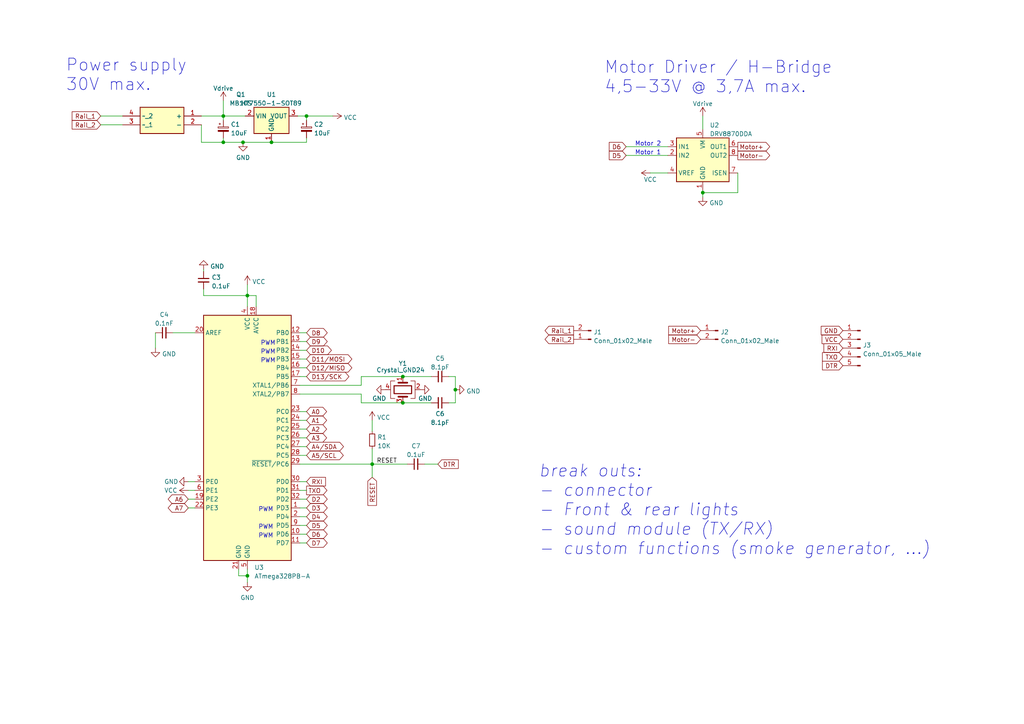
<source format=kicad_sch>
(kicad_sch (version 20211123) (generator eeschema)

  (uuid e63e39d7-6ac0-4ffd-8aa3-1841a4541b55)

  (paper "A4")

  (lib_symbols
    (symbol "Connector:Conn_01x02_Male" (pin_names (offset 1.016) hide) (in_bom yes) (on_board yes)
      (property "Reference" "J" (id 0) (at 0 2.54 0)
        (effects (font (size 1.27 1.27)))
      )
      (property "Value" "Conn_01x02_Male" (id 1) (at 0 -5.08 0)
        (effects (font (size 1.27 1.27)))
      )
      (property "Footprint" "" (id 2) (at 0 0 0)
        (effects (font (size 1.27 1.27)) hide)
      )
      (property "Datasheet" "~" (id 3) (at 0 0 0)
        (effects (font (size 1.27 1.27)) hide)
      )
      (property "ki_keywords" "connector" (id 4) (at 0 0 0)
        (effects (font (size 1.27 1.27)) hide)
      )
      (property "ki_description" "Generic connector, single row, 01x02, script generated (kicad-library-utils/schlib/autogen/connector/)" (id 5) (at 0 0 0)
        (effects (font (size 1.27 1.27)) hide)
      )
      (property "ki_fp_filters" "Connector*:*_1x??_*" (id 6) (at 0 0 0)
        (effects (font (size 1.27 1.27)) hide)
      )
      (symbol "Conn_01x02_Male_1_1"
        (polyline
          (pts
            (xy 1.27 -2.54)
            (xy 0.8636 -2.54)
          )
          (stroke (width 0.1524) (type default) (color 0 0 0 0))
          (fill (type none))
        )
        (polyline
          (pts
            (xy 1.27 0)
            (xy 0.8636 0)
          )
          (stroke (width 0.1524) (type default) (color 0 0 0 0))
          (fill (type none))
        )
        (rectangle (start 0.8636 -2.413) (end 0 -2.667)
          (stroke (width 0.1524) (type default) (color 0 0 0 0))
          (fill (type outline))
        )
        (rectangle (start 0.8636 0.127) (end 0 -0.127)
          (stroke (width 0.1524) (type default) (color 0 0 0 0))
          (fill (type outline))
        )
        (pin passive line (at 5.08 0 180) (length 3.81)
          (name "Pin_1" (effects (font (size 1.27 1.27))))
          (number "1" (effects (font (size 1.27 1.27))))
        )
        (pin passive line (at 5.08 -2.54 180) (length 3.81)
          (name "Pin_2" (effects (font (size 1.27 1.27))))
          (number "2" (effects (font (size 1.27 1.27))))
        )
      )
    )
    (symbol "Connector:Conn_01x05_Male" (pin_names (offset 1.016) hide) (in_bom yes) (on_board yes)
      (property "Reference" "J" (id 0) (at 0 7.62 0)
        (effects (font (size 1.27 1.27)))
      )
      (property "Value" "Conn_01x05_Male" (id 1) (at 0 -7.62 0)
        (effects (font (size 1.27 1.27)))
      )
      (property "Footprint" "" (id 2) (at 0 0 0)
        (effects (font (size 1.27 1.27)) hide)
      )
      (property "Datasheet" "~" (id 3) (at 0 0 0)
        (effects (font (size 1.27 1.27)) hide)
      )
      (property "ki_keywords" "connector" (id 4) (at 0 0 0)
        (effects (font (size 1.27 1.27)) hide)
      )
      (property "ki_description" "Generic connector, single row, 01x05, script generated (kicad-library-utils/schlib/autogen/connector/)" (id 5) (at 0 0 0)
        (effects (font (size 1.27 1.27)) hide)
      )
      (property "ki_fp_filters" "Connector*:*_1x??_*" (id 6) (at 0 0 0)
        (effects (font (size 1.27 1.27)) hide)
      )
      (symbol "Conn_01x05_Male_1_1"
        (polyline
          (pts
            (xy 1.27 -5.08)
            (xy 0.8636 -5.08)
          )
          (stroke (width 0.1524) (type default) (color 0 0 0 0))
          (fill (type none))
        )
        (polyline
          (pts
            (xy 1.27 -2.54)
            (xy 0.8636 -2.54)
          )
          (stroke (width 0.1524) (type default) (color 0 0 0 0))
          (fill (type none))
        )
        (polyline
          (pts
            (xy 1.27 0)
            (xy 0.8636 0)
          )
          (stroke (width 0.1524) (type default) (color 0 0 0 0))
          (fill (type none))
        )
        (polyline
          (pts
            (xy 1.27 2.54)
            (xy 0.8636 2.54)
          )
          (stroke (width 0.1524) (type default) (color 0 0 0 0))
          (fill (type none))
        )
        (polyline
          (pts
            (xy 1.27 5.08)
            (xy 0.8636 5.08)
          )
          (stroke (width 0.1524) (type default) (color 0 0 0 0))
          (fill (type none))
        )
        (rectangle (start 0.8636 -4.953) (end 0 -5.207)
          (stroke (width 0.1524) (type default) (color 0 0 0 0))
          (fill (type outline))
        )
        (rectangle (start 0.8636 -2.413) (end 0 -2.667)
          (stroke (width 0.1524) (type default) (color 0 0 0 0))
          (fill (type outline))
        )
        (rectangle (start 0.8636 0.127) (end 0 -0.127)
          (stroke (width 0.1524) (type default) (color 0 0 0 0))
          (fill (type outline))
        )
        (rectangle (start 0.8636 2.667) (end 0 2.413)
          (stroke (width 0.1524) (type default) (color 0 0 0 0))
          (fill (type outline))
        )
        (rectangle (start 0.8636 5.207) (end 0 4.953)
          (stroke (width 0.1524) (type default) (color 0 0 0 0))
          (fill (type outline))
        )
        (pin passive line (at 5.08 5.08 180) (length 3.81)
          (name "Pin_1" (effects (font (size 1.27 1.27))))
          (number "1" (effects (font (size 1.27 1.27))))
        )
        (pin passive line (at 5.08 2.54 180) (length 3.81)
          (name "Pin_2" (effects (font (size 1.27 1.27))))
          (number "2" (effects (font (size 1.27 1.27))))
        )
        (pin passive line (at 5.08 0 180) (length 3.81)
          (name "Pin_3" (effects (font (size 1.27 1.27))))
          (number "3" (effects (font (size 1.27 1.27))))
        )
        (pin passive line (at 5.08 -2.54 180) (length 3.81)
          (name "Pin_4" (effects (font (size 1.27 1.27))))
          (number "4" (effects (font (size 1.27 1.27))))
        )
        (pin passive line (at 5.08 -5.08 180) (length 3.81)
          (name "Pin_5" (effects (font (size 1.27 1.27))))
          (number "5" (effects (font (size 1.27 1.27))))
        )
      )
    )
    (symbol "DCC_Loco_Multidecoder:MB10S" (in_bom yes) (on_board yes)
      (property "Reference" "Q1" (id 0) (at -11.43 6.2398 0)
        (effects (font (size 1.27 1.27)))
      )
      (property "Value" "MB10S" (id 1) (at -11.43 3.7029 0)
        (effects (font (size 1.27 1.27)))
      )
      (property "Footprint" "DCC_Loco_Multidecoder:SOP240P700X300-4N" (id 2) (at 0 0 0)
        (effects (font (size 1.27 1.27)) hide)
      )
      (property "Datasheet" "https://datasheet.lcsc.com/lcsc/2105061432_MDD-Microdiode-Electronics-MB10S_C2488.pdf" (id 3) (at 0 0 0)
        (effects (font (size 1.27 1.27)) hide)
      )
      (property "Height" "3" (id 4) (at -19.05 -394.92 0)
        (effects (font (size 1.27 1.27)) (justify left top) hide)
      )
      (property "Manufacturer_Name" "MDD" (id 5) (at -19.05 -494.92 0)
        (effects (font (size 1.27 1.27)) (justify left top) hide)
      )
      (property "Manufacturer_Part_Number" "MB10S" (id 6) (at -19.05 -594.92 0)
        (effects (font (size 1.27 1.27)) (justify left top) hide)
      )
      (property "MPN" "C2488" (id 7) (at 0 0 0)
        (effects (font (size 1.27 1.27)) hide)
      )
      (property "ki_description" "1kV 1A 1.1V 400mA 5uA 1kV 35A -55~+150 MBS Bridge Rectifiers RoHS" (id 8) (at 0 0 0)
        (effects (font (size 1.27 1.27)) hide)
      )
      (symbol "MB10S_1_1"
        (rectangle (start 5.08 2.54) (end 17.78 -5.08)
          (stroke (width 0.254) (type default) (color 0 0 0 0))
          (fill (type background))
        )
        (pin power_out line (at 0 0 0) (length 5.08)
          (name "+" (effects (font (size 1.27 1.27))))
          (number "1" (effects (font (size 1.27 1.27))))
        )
        (pin power_out line (at 0 -2.54 0) (length 5.08)
          (name "-" (effects (font (size 1.27 1.27))))
          (number "2" (effects (font (size 1.27 1.27))))
        )
        (pin power_in line (at 22.86 -2.54 180) (length 5.08)
          (name "~_1" (effects (font (size 1.27 1.27))))
          (number "3" (effects (font (size 1.27 1.27))))
        )
        (pin power_in line (at 22.86 0 180) (length 5.08)
          (name "~_2" (effects (font (size 1.27 1.27))))
          (number "4" (effects (font (size 1.27 1.27))))
        )
      )
    )
    (symbol "Device:C_Polarized_Small" (pin_numbers hide) (pin_names (offset 0.254) hide) (in_bom yes) (on_board yes)
      (property "Reference" "C" (id 0) (at 0.254 1.778 0)
        (effects (font (size 1.27 1.27)) (justify left))
      )
      (property "Value" "C_Polarized_Small" (id 1) (at 0.254 -2.032 0)
        (effects (font (size 1.27 1.27)) (justify left))
      )
      (property "Footprint" "" (id 2) (at 0 0 0)
        (effects (font (size 1.27 1.27)) hide)
      )
      (property "Datasheet" "~" (id 3) (at 0 0 0)
        (effects (font (size 1.27 1.27)) hide)
      )
      (property "ki_keywords" "cap capacitor" (id 4) (at 0 0 0)
        (effects (font (size 1.27 1.27)) hide)
      )
      (property "ki_description" "Polarized capacitor, small symbol" (id 5) (at 0 0 0)
        (effects (font (size 1.27 1.27)) hide)
      )
      (property "ki_fp_filters" "CP_*" (id 6) (at 0 0 0)
        (effects (font (size 1.27 1.27)) hide)
      )
      (symbol "C_Polarized_Small_0_1"
        (rectangle (start -1.524 -0.3048) (end 1.524 -0.6858)
          (stroke (width 0) (type default) (color 0 0 0 0))
          (fill (type outline))
        )
        (rectangle (start -1.524 0.6858) (end 1.524 0.3048)
          (stroke (width 0) (type default) (color 0 0 0 0))
          (fill (type none))
        )
        (polyline
          (pts
            (xy -1.27 1.524)
            (xy -0.762 1.524)
          )
          (stroke (width 0) (type default) (color 0 0 0 0))
          (fill (type none))
        )
        (polyline
          (pts
            (xy -1.016 1.27)
            (xy -1.016 1.778)
          )
          (stroke (width 0) (type default) (color 0 0 0 0))
          (fill (type none))
        )
      )
      (symbol "C_Polarized_Small_1_1"
        (pin passive line (at 0 2.54 270) (length 1.8542)
          (name "~" (effects (font (size 1.27 1.27))))
          (number "1" (effects (font (size 1.27 1.27))))
        )
        (pin passive line (at 0 -2.54 90) (length 1.8542)
          (name "~" (effects (font (size 1.27 1.27))))
          (number "2" (effects (font (size 1.27 1.27))))
        )
      )
    )
    (symbol "Device:C_Small" (pin_numbers hide) (pin_names (offset 0.254) hide) (in_bom yes) (on_board yes)
      (property "Reference" "C" (id 0) (at 0.254 1.778 0)
        (effects (font (size 1.27 1.27)) (justify left))
      )
      (property "Value" "C_Small" (id 1) (at 0.254 -2.032 0)
        (effects (font (size 1.27 1.27)) (justify left))
      )
      (property "Footprint" "" (id 2) (at 0 0 0)
        (effects (font (size 1.27 1.27)) hide)
      )
      (property "Datasheet" "~" (id 3) (at 0 0 0)
        (effects (font (size 1.27 1.27)) hide)
      )
      (property "ki_keywords" "capacitor cap" (id 4) (at 0 0 0)
        (effects (font (size 1.27 1.27)) hide)
      )
      (property "ki_description" "Unpolarized capacitor, small symbol" (id 5) (at 0 0 0)
        (effects (font (size 1.27 1.27)) hide)
      )
      (property "ki_fp_filters" "C_*" (id 6) (at 0 0 0)
        (effects (font (size 1.27 1.27)) hide)
      )
      (symbol "C_Small_0_1"
        (polyline
          (pts
            (xy -1.524 -0.508)
            (xy 1.524 -0.508)
          )
          (stroke (width 0.3302) (type default) (color 0 0 0 0))
          (fill (type none))
        )
        (polyline
          (pts
            (xy -1.524 0.508)
            (xy 1.524 0.508)
          )
          (stroke (width 0.3048) (type default) (color 0 0 0 0))
          (fill (type none))
        )
      )
      (symbol "C_Small_1_1"
        (pin passive line (at 0 2.54 270) (length 2.032)
          (name "~" (effects (font (size 1.27 1.27))))
          (number "1" (effects (font (size 1.27 1.27))))
        )
        (pin passive line (at 0 -2.54 90) (length 2.032)
          (name "~" (effects (font (size 1.27 1.27))))
          (number "2" (effects (font (size 1.27 1.27))))
        )
      )
    )
    (symbol "Device:Crystal_GND24" (pin_names (offset 1.016) hide) (in_bom yes) (on_board yes)
      (property "Reference" "Y" (id 0) (at 3.175 5.08 0)
        (effects (font (size 1.27 1.27)) (justify left))
      )
      (property "Value" "Crystal_GND24" (id 1) (at 3.175 3.175 0)
        (effects (font (size 1.27 1.27)) (justify left))
      )
      (property "Footprint" "" (id 2) (at 0 0 0)
        (effects (font (size 1.27 1.27)) hide)
      )
      (property "Datasheet" "~" (id 3) (at 0 0 0)
        (effects (font (size 1.27 1.27)) hide)
      )
      (property "ki_keywords" "quartz ceramic resonator oscillator" (id 4) (at 0 0 0)
        (effects (font (size 1.27 1.27)) hide)
      )
      (property "ki_description" "Four pin crystal, GND on pins 2 and 4" (id 5) (at 0 0 0)
        (effects (font (size 1.27 1.27)) hide)
      )
      (property "ki_fp_filters" "Crystal*" (id 6) (at 0 0 0)
        (effects (font (size 1.27 1.27)) hide)
      )
      (symbol "Crystal_GND24_0_1"
        (rectangle (start -1.143 2.54) (end 1.143 -2.54)
          (stroke (width 0.3048) (type default) (color 0 0 0 0))
          (fill (type none))
        )
        (polyline
          (pts
            (xy -2.54 0)
            (xy -2.032 0)
          )
          (stroke (width 0) (type default) (color 0 0 0 0))
          (fill (type none))
        )
        (polyline
          (pts
            (xy -2.032 -1.27)
            (xy -2.032 1.27)
          )
          (stroke (width 0.508) (type default) (color 0 0 0 0))
          (fill (type none))
        )
        (polyline
          (pts
            (xy 0 -3.81)
            (xy 0 -3.556)
          )
          (stroke (width 0) (type default) (color 0 0 0 0))
          (fill (type none))
        )
        (polyline
          (pts
            (xy 0 3.556)
            (xy 0 3.81)
          )
          (stroke (width 0) (type default) (color 0 0 0 0))
          (fill (type none))
        )
        (polyline
          (pts
            (xy 2.032 -1.27)
            (xy 2.032 1.27)
          )
          (stroke (width 0.508) (type default) (color 0 0 0 0))
          (fill (type none))
        )
        (polyline
          (pts
            (xy 2.032 0)
            (xy 2.54 0)
          )
          (stroke (width 0) (type default) (color 0 0 0 0))
          (fill (type none))
        )
        (polyline
          (pts
            (xy -2.54 -2.286)
            (xy -2.54 -3.556)
            (xy 2.54 -3.556)
            (xy 2.54 -2.286)
          )
          (stroke (width 0) (type default) (color 0 0 0 0))
          (fill (type none))
        )
        (polyline
          (pts
            (xy -2.54 2.286)
            (xy -2.54 3.556)
            (xy 2.54 3.556)
            (xy 2.54 2.286)
          )
          (stroke (width 0) (type default) (color 0 0 0 0))
          (fill (type none))
        )
      )
      (symbol "Crystal_GND24_1_1"
        (pin passive line (at -3.81 0 0) (length 1.27)
          (name "1" (effects (font (size 1.27 1.27))))
          (number "1" (effects (font (size 1.27 1.27))))
        )
        (pin passive line (at 0 5.08 270) (length 1.27)
          (name "2" (effects (font (size 1.27 1.27))))
          (number "2" (effects (font (size 1.27 1.27))))
        )
        (pin passive line (at 3.81 0 180) (length 1.27)
          (name "3" (effects (font (size 1.27 1.27))))
          (number "3" (effects (font (size 1.27 1.27))))
        )
        (pin passive line (at 0 -5.08 90) (length 1.27)
          (name "4" (effects (font (size 1.27 1.27))))
          (number "4" (effects (font (size 1.27 1.27))))
        )
      )
    )
    (symbol "Device:R_Small" (pin_numbers hide) (pin_names (offset 0.254) hide) (in_bom yes) (on_board yes)
      (property "Reference" "R" (id 0) (at 0.762 0.508 0)
        (effects (font (size 1.27 1.27)) (justify left))
      )
      (property "Value" "R_Small" (id 1) (at 0.762 -1.016 0)
        (effects (font (size 1.27 1.27)) (justify left))
      )
      (property "Footprint" "" (id 2) (at 0 0 0)
        (effects (font (size 1.27 1.27)) hide)
      )
      (property "Datasheet" "~" (id 3) (at 0 0 0)
        (effects (font (size 1.27 1.27)) hide)
      )
      (property "ki_keywords" "R resistor" (id 4) (at 0 0 0)
        (effects (font (size 1.27 1.27)) hide)
      )
      (property "ki_description" "Resistor, small symbol" (id 5) (at 0 0 0)
        (effects (font (size 1.27 1.27)) hide)
      )
      (property "ki_fp_filters" "R_*" (id 6) (at 0 0 0)
        (effects (font (size 1.27 1.27)) hide)
      )
      (symbol "R_Small_0_1"
        (rectangle (start -0.762 1.778) (end 0.762 -1.778)
          (stroke (width 0.2032) (type default) (color 0 0 0 0))
          (fill (type none))
        )
      )
      (symbol "R_Small_1_1"
        (pin passive line (at 0 2.54 270) (length 0.762)
          (name "~" (effects (font (size 1.27 1.27))))
          (number "1" (effects (font (size 1.27 1.27))))
        )
        (pin passive line (at 0 -2.54 90) (length 0.762)
          (name "~" (effects (font (size 1.27 1.27))))
          (number "2" (effects (font (size 1.27 1.27))))
        )
      )
    )
    (symbol "Driver_Motor:DRV8870DDA" (in_bom yes) (on_board yes)
      (property "Reference" "U" (id 0) (at -6.35 6.35 0)
        (effects (font (size 1.27 1.27)))
      )
      (property "Value" "DRV8870DDA" (id 1) (at 8.89 6.35 0)
        (effects (font (size 1.27 1.27)))
      )
      (property "Footprint" "Package_SO:Texas_HTSOP-8-1EP_3.9x4.9mm_P1.27mm_EP2.95x4.9mm_Mask2.4x3.1mm_ThermalVias" (id 2) (at 2.54 -2.54 0)
        (effects (font (size 1.27 1.27)) hide)
      )
      (property "Datasheet" "http://www.ti.com/lit/ds/symlink/drv8870.pdf" (id 3) (at -6.35 8.89 0)
        (effects (font (size 1.27 1.27)) hide)
      )
      (property "ki_keywords" "H-bridge driver motor current limit" (id 4) (at 0 0 0)
        (effects (font (size 1.27 1.27)) hide)
      )
      (property "ki_description" "Brushed DC Motor Driver, PWM Control, 45V, 3.6A, Dynamic current limiting, HTSOP-8" (id 5) (at 0 0 0)
        (effects (font (size 1.27 1.27)) hide)
      )
      (property "ki_fp_filters" "Texas*HTSOP*1EP*3.9x4.9mm*P1.27mm*EP2.95x4.9mm*Mask2.4x3.1mm*" (id 6) (at 0 0 0)
        (effects (font (size 1.27 1.27)) hide)
      )
      (symbol "DRV8870DDA_0_1"
        (rectangle (start -7.62 5.08) (end 7.62 -7.62)
          (stroke (width 0.254) (type default) (color 0 0 0 0))
          (fill (type background))
        )
      )
      (symbol "DRV8870DDA_1_1"
        (pin power_in line (at 0 -10.16 90) (length 2.54)
          (name "GND" (effects (font (size 1.27 1.27))))
          (number "1" (effects (font (size 1.27 1.27))))
        )
        (pin input line (at -10.16 0 0) (length 2.54)
          (name "IN2" (effects (font (size 1.27 1.27))))
          (number "2" (effects (font (size 1.27 1.27))))
        )
        (pin input line (at -10.16 2.54 0) (length 2.54)
          (name "IN1" (effects (font (size 1.27 1.27))))
          (number "3" (effects (font (size 1.27 1.27))))
        )
        (pin input line (at -10.16 -5.08 0) (length 2.54)
          (name "VREF" (effects (font (size 1.27 1.27))))
          (number "4" (effects (font (size 1.27 1.27))))
        )
        (pin power_in line (at 0 7.62 270) (length 2.54)
          (name "VM" (effects (font (size 1.27 1.27))))
          (number "5" (effects (font (size 1.27 1.27))))
        )
        (pin output line (at 10.16 2.54 180) (length 2.54)
          (name "OUT1" (effects (font (size 1.27 1.27))))
          (number "6" (effects (font (size 1.27 1.27))))
        )
        (pin passive line (at 10.16 -5.08 180) (length 2.54)
          (name "ISEN" (effects (font (size 1.27 1.27))))
          (number "7" (effects (font (size 1.27 1.27))))
        )
        (pin output line (at 10.16 0 180) (length 2.54)
          (name "OUT2" (effects (font (size 1.27 1.27))))
          (number "8" (effects (font (size 1.27 1.27))))
        )
        (pin passive line (at 0 -10.16 90) (length 2.54) hide
          (name "GND" (effects (font (size 1.27 1.27))))
          (number "9" (effects (font (size 1.27 1.27))))
        )
      )
    )
    (symbol "MCU_Microchip_ATmega:ATmega328PB-A" (in_bom yes) (on_board yes)
      (property "Reference" "U3" (id 0) (at 2.0194 -37.5904 0)
        (effects (font (size 1.27 1.27)) (justify left))
      )
      (property "Value" "ATmega328PB-A" (id 1) (at 2.0194 -40.1273 0)
        (effects (font (size 1.27 1.27)) (justify left))
      )
      (property "Footprint" "Package_QFP:TQFP-32_7x7mm_P0.8mm" (id 2) (at 0 0 0)
        (effects (font (size 1.27 1.27) italic) hide)
      )
      (property "Datasheet" "http://ww1.microchip.com/downloads/en/DeviceDoc/40001906C.pdf" (id 3) (at 0 0 0)
        (effects (font (size 1.27 1.27)) hide)
      )
      (property "ki_keywords" "AVR 8bit Microcontroller MegaAVR" (id 4) (at 0 0 0)
        (effects (font (size 1.27 1.27)) hide)
      )
      (property "ki_description" "20MHz, 32kB Flash, 2kB SRAM, 1kB EEPROM, TQFP-32" (id 5) (at 0 0 0)
        (effects (font (size 1.27 1.27)) hide)
      )
      (property "ki_fp_filters" "TQFP*7x7mm*P0.8mm*" (id 6) (at 0 0 0)
        (effects (font (size 1.27 1.27)) hide)
      )
      (symbol "ATmega328PB-A_0_1"
        (rectangle (start -12.7 -35.56) (end 12.7 35.56)
          (stroke (width 0.254) (type default) (color 0 0 0 0))
          (fill (type background))
        )
      )
      (symbol "ATmega328PB-A_1_1"
        (pin bidirectional line (at 15.24 -20.32 180) (length 2.54)
          (name "PD3" (effects (font (size 1.27 1.27))))
          (number "1" (effects (font (size 1.27 1.27))))
        )
        (pin bidirectional line (at 15.24 -27.94 180) (length 2.54)
          (name "PD6" (effects (font (size 1.27 1.27))))
          (number "10" (effects (font (size 1.27 1.27))))
        )
        (pin bidirectional line (at 15.24 -30.48 180) (length 2.54)
          (name "PD7" (effects (font (size 1.27 1.27))))
          (number "11" (effects (font (size 1.27 1.27))))
        )
        (pin bidirectional line (at 15.24 30.48 180) (length 2.54)
          (name "PB0" (effects (font (size 1.27 1.27))))
          (number "12" (effects (font (size 1.27 1.27))))
        )
        (pin bidirectional line (at 15.24 27.94 180) (length 2.54)
          (name "PB1" (effects (font (size 1.27 1.27))))
          (number "13" (effects (font (size 1.27 1.27))))
        )
        (pin bidirectional line (at 15.24 25.4 180) (length 2.54)
          (name "PB2" (effects (font (size 1.27 1.27))))
          (number "14" (effects (font (size 1.27 1.27))))
        )
        (pin bidirectional line (at 15.24 22.86 180) (length 2.54)
          (name "PB3" (effects (font (size 1.27 1.27))))
          (number "15" (effects (font (size 1.27 1.27))))
        )
        (pin bidirectional line (at 15.24 20.32 180) (length 2.54)
          (name "PB4" (effects (font (size 1.27 1.27))))
          (number "16" (effects (font (size 1.27 1.27))))
        )
        (pin bidirectional line (at 15.24 17.78 180) (length 2.54)
          (name "PB5" (effects (font (size 1.27 1.27))))
          (number "17" (effects (font (size 1.27 1.27))))
        )
        (pin power_in line (at 2.54 38.1 270) (length 2.54)
          (name "AVCC" (effects (font (size 1.27 1.27))))
          (number "18" (effects (font (size 1.27 1.27))))
        )
        (pin bidirectional line (at -15.24 -17.78 0) (length 2.54)
          (name "PE2" (effects (font (size 1.27 1.27))))
          (number "19" (effects (font (size 1.27 1.27))))
        )
        (pin bidirectional line (at 15.24 -22.86 180) (length 2.54)
          (name "PD4" (effects (font (size 1.27 1.27))))
          (number "2" (effects (font (size 1.27 1.27))))
        )
        (pin passive line (at -15.24 30.48 0) (length 2.54)
          (name "AREF" (effects (font (size 1.27 1.27))))
          (number "20" (effects (font (size 1.27 1.27))))
        )
        (pin passive line (at -2.54 -38.1 90) (length 2.54)
          (name "GND" (effects (font (size 1.27 1.27))))
          (number "21" (effects (font (size 1.27 1.27))))
        )
        (pin bidirectional line (at -15.24 -20.32 0) (length 2.54)
          (name "PE3" (effects (font (size 1.27 1.27))))
          (number "22" (effects (font (size 1.27 1.27))))
        )
        (pin bidirectional line (at 15.24 7.62 180) (length 2.54)
          (name "PC0" (effects (font (size 1.27 1.27))))
          (number "23" (effects (font (size 1.27 1.27))))
        )
        (pin bidirectional line (at 15.24 5.08 180) (length 2.54)
          (name "PC1" (effects (font (size 1.27 1.27))))
          (number "24" (effects (font (size 1.27 1.27))))
        )
        (pin bidirectional line (at 15.24 2.54 180) (length 2.54)
          (name "PC2" (effects (font (size 1.27 1.27))))
          (number "25" (effects (font (size 1.27 1.27))))
        )
        (pin bidirectional line (at 15.24 0 180) (length 2.54)
          (name "PC3" (effects (font (size 1.27 1.27))))
          (number "26" (effects (font (size 1.27 1.27))))
        )
        (pin bidirectional line (at 15.24 -2.54 180) (length 2.54)
          (name "PC4" (effects (font (size 1.27 1.27))))
          (number "27" (effects (font (size 1.27 1.27))))
        )
        (pin bidirectional line (at 15.24 -5.08 180) (length 2.54)
          (name "PC5" (effects (font (size 1.27 1.27))))
          (number "28" (effects (font (size 1.27 1.27))))
        )
        (pin bidirectional line (at 15.24 -7.62 180) (length 2.54)
          (name "~{RESET}/PC6" (effects (font (size 1.27 1.27))))
          (number "29" (effects (font (size 1.27 1.27))))
        )
        (pin bidirectional line (at -15.24 -12.7 0) (length 2.54)
          (name "PE0" (effects (font (size 1.27 1.27))))
          (number "3" (effects (font (size 1.27 1.27))))
        )
        (pin bidirectional line (at 15.24 -12.7 180) (length 2.54)
          (name "PD0" (effects (font (size 1.27 1.27))))
          (number "30" (effects (font (size 1.27 1.27))))
        )
        (pin bidirectional line (at 15.24 -15.24 180) (length 2.54)
          (name "PD1" (effects (font (size 1.27 1.27))))
          (number "31" (effects (font (size 1.27 1.27))))
        )
        (pin bidirectional line (at 15.24 -17.78 180) (length 2.54)
          (name "PD2" (effects (font (size 1.27 1.27))))
          (number "32" (effects (font (size 1.27 1.27))))
        )
        (pin power_in line (at 0 38.1 270) (length 2.54)
          (name "VCC" (effects (font (size 1.27 1.27))))
          (number "4" (effects (font (size 1.27 1.27))))
        )
        (pin power_in line (at 0 -38.1 90) (length 2.54)
          (name "GND" (effects (font (size 1.27 1.27))))
          (number "5" (effects (font (size 1.27 1.27))))
        )
        (pin bidirectional line (at -15.24 -15.24 0) (length 2.54)
          (name "PE1" (effects (font (size 1.27 1.27))))
          (number "6" (effects (font (size 1.27 1.27))))
        )
        (pin bidirectional line (at 15.24 15.24 180) (length 2.54)
          (name "XTAL1/PB6" (effects (font (size 1.27 1.27))))
          (number "7" (effects (font (size 1.27 1.27))))
        )
        (pin bidirectional line (at 15.24 12.7 180) (length 2.54)
          (name "XTAL2/PB7" (effects (font (size 1.27 1.27))))
          (number "8" (effects (font (size 1.27 1.27))))
        )
        (pin bidirectional line (at 15.24 -25.4 180) (length 2.54)
          (name "PD5" (effects (font (size 1.27 1.27))))
          (number "9" (effects (font (size 1.27 1.27))))
        )
      )
    )
    (symbol "Regulator_Linear:HT75xx-1-SOT89" (in_bom yes) (on_board yes)
      (property "Reference" "U" (id 0) (at -5.08 -3.81 0)
        (effects (font (size 1.27 1.27)) (justify left))
      )
      (property "Value" "HT75xx-1-SOT89" (id 1) (at 0 6.35 0)
        (effects (font (size 1.27 1.27)))
      )
      (property "Footprint" "Package_TO_SOT_SMD:SOT-89-3" (id 2) (at 0 8.255 0)
        (effects (font (size 1.27 1.27) italic) hide)
      )
      (property "Datasheet" "https://www.holtek.com/documents/10179/116711/HT75xx-1v250.pdf" (id 3) (at 0 2.54 0)
        (effects (font (size 1.27 1.27)) hide)
      )
      (property "ki_keywords" "100mA LDO Regulator Fixed Positive" (id 4) (at 0 0 0)
        (effects (font (size 1.27 1.27)) hide)
      )
      (property "ki_description" "100mA Low Dropout Voltage Regulator, Fixed Output, SOT89" (id 5) (at 0 0 0)
        (effects (font (size 1.27 1.27)) hide)
      )
      (property "ki_fp_filters" "SOT?89*" (id 6) (at 0 0 0)
        (effects (font (size 1.27 1.27)) hide)
      )
      (symbol "HT75xx-1-SOT89_0_1"
        (rectangle (start -5.08 5.08) (end 5.08 -2.54)
          (stroke (width 0.254) (type default) (color 0 0 0 0))
          (fill (type background))
        )
      )
      (symbol "HT75xx-1-SOT89_1_1"
        (pin power_in line (at 0 -5.08 90) (length 2.54)
          (name "GND" (effects (font (size 1.27 1.27))))
          (number "1" (effects (font (size 1.27 1.27))))
        )
        (pin power_in line (at -7.62 2.54 0) (length 2.54)
          (name "VIN" (effects (font (size 1.27 1.27))))
          (number "2" (effects (font (size 1.27 1.27))))
        )
        (pin power_out line (at 7.62 2.54 180) (length 2.54)
          (name "VOUT" (effects (font (size 1.27 1.27))))
          (number "3" (effects (font (size 1.27 1.27))))
        )
      )
    )
    (symbol "power:GND" (power) (pin_names (offset 0)) (in_bom yes) (on_board yes)
      (property "Reference" "#PWR" (id 0) (at 0 -6.35 0)
        (effects (font (size 1.27 1.27)) hide)
      )
      (property "Value" "GND" (id 1) (at 0 -3.81 0)
        (effects (font (size 1.27 1.27)))
      )
      (property "Footprint" "" (id 2) (at 0 0 0)
        (effects (font (size 1.27 1.27)) hide)
      )
      (property "Datasheet" "" (id 3) (at 0 0 0)
        (effects (font (size 1.27 1.27)) hide)
      )
      (property "ki_keywords" "power-flag" (id 4) (at 0 0 0)
        (effects (font (size 1.27 1.27)) hide)
      )
      (property "ki_description" "Power symbol creates a global label with name \"GND\" , ground" (id 5) (at 0 0 0)
        (effects (font (size 1.27 1.27)) hide)
      )
      (symbol "GND_0_1"
        (polyline
          (pts
            (xy 0 0)
            (xy 0 -1.27)
            (xy 1.27 -1.27)
            (xy 0 -2.54)
            (xy -1.27 -1.27)
            (xy 0 -1.27)
          )
          (stroke (width 0) (type default) (color 0 0 0 0))
          (fill (type none))
        )
      )
      (symbol "GND_1_1"
        (pin power_in line (at 0 0 270) (length 0) hide
          (name "GND" (effects (font (size 1.27 1.27))))
          (number "1" (effects (font (size 1.27 1.27))))
        )
      )
    )
    (symbol "power:VCC" (power) (pin_names (offset 0)) (in_bom yes) (on_board yes)
      (property "Reference" "#PWR" (id 0) (at 0 -3.81 0)
        (effects (font (size 1.27 1.27)) hide)
      )
      (property "Value" "VCC" (id 1) (at 0 3.81 0)
        (effects (font (size 1.27 1.27)))
      )
      (property "Footprint" "" (id 2) (at 0 0 0)
        (effects (font (size 1.27 1.27)) hide)
      )
      (property "Datasheet" "" (id 3) (at 0 0 0)
        (effects (font (size 1.27 1.27)) hide)
      )
      (property "ki_keywords" "power-flag" (id 4) (at 0 0 0)
        (effects (font (size 1.27 1.27)) hide)
      )
      (property "ki_description" "Power symbol creates a global label with name \"VCC\"" (id 5) (at 0 0 0)
        (effects (font (size 1.27 1.27)) hide)
      )
      (symbol "VCC_0_1"
        (polyline
          (pts
            (xy -0.762 1.27)
            (xy 0 2.54)
          )
          (stroke (width 0) (type default) (color 0 0 0 0))
          (fill (type none))
        )
        (polyline
          (pts
            (xy 0 0)
            (xy 0 2.54)
          )
          (stroke (width 0) (type default) (color 0 0 0 0))
          (fill (type none))
        )
        (polyline
          (pts
            (xy 0 2.54)
            (xy 0.762 1.27)
          )
          (stroke (width 0) (type default) (color 0 0 0 0))
          (fill (type none))
        )
      )
      (symbol "VCC_1_1"
        (pin power_in line (at 0 0 90) (length 0) hide
          (name "VCC" (effects (font (size 1.27 1.27))))
          (number "1" (effects (font (size 1.27 1.27))))
        )
      )
    )
    (symbol "power:Vdrive" (power) (pin_names (offset 0)) (in_bom yes) (on_board yes)
      (property "Reference" "#PWR" (id 0) (at -5.08 -3.81 0)
        (effects (font (size 1.27 1.27)) hide)
      )
      (property "Value" "Vdrive" (id 1) (at 0 3.81 0)
        (effects (font (size 1.27 1.27)))
      )
      (property "Footprint" "" (id 2) (at 0 0 0)
        (effects (font (size 1.27 1.27)) hide)
      )
      (property "Datasheet" "" (id 3) (at 0 0 0)
        (effects (font (size 1.27 1.27)) hide)
      )
      (property "ki_keywords" "power-flag" (id 4) (at 0 0 0)
        (effects (font (size 1.27 1.27)) hide)
      )
      (property "ki_description" "Power symbol creates a global label with name \"Vdrive\"" (id 5) (at 0 0 0)
        (effects (font (size 1.27 1.27)) hide)
      )
      (symbol "Vdrive_0_1"
        (polyline
          (pts
            (xy -0.762 1.27)
            (xy 0 2.54)
          )
          (stroke (width 0) (type default) (color 0 0 0 0))
          (fill (type none))
        )
        (polyline
          (pts
            (xy 0 0)
            (xy 0 2.54)
          )
          (stroke (width 0) (type default) (color 0 0 0 0))
          (fill (type none))
        )
        (polyline
          (pts
            (xy 0 2.54)
            (xy 0.762 1.27)
          )
          (stroke (width 0) (type default) (color 0 0 0 0))
          (fill (type none))
        )
      )
      (symbol "Vdrive_1_1"
        (pin power_in line (at 0 0 90) (length 0) hide
          (name "Vdrive" (effects (font (size 1.27 1.27))))
          (number "1" (effects (font (size 1.27 1.27))))
        )
      )
    )
  )

  (junction (at 203.835 55.88) (diameter 0) (color 0 0 0 0)
    (uuid 0b3ecd13-865c-4264-9a59-0677a946f9cd)
  )
  (junction (at 116.84 116.84) (diameter 0) (color 0 0 0 0)
    (uuid 16d3b24c-e7ac-4a9b-afac-95840759bc89)
  )
  (junction (at 64.77 33.655) (diameter 0) (color 0 0 0 0)
    (uuid 1b20ce51-4b2f-481b-a1ae-4c6705ce1ced)
  )
  (junction (at 88.9 33.655) (diameter 0) (color 0 0 0 0)
    (uuid 289e2544-5bad-4275-b8d8-4ec23685c640)
  )
  (junction (at 70.485 41.275) (diameter 0) (color 0 0 0 0)
    (uuid 2c51ea59-ea4f-42dd-8166-3ca72c899f8f)
  )
  (junction (at 78.74 41.275) (diameter 0) (color 0 0 0 0)
    (uuid 2dd0d974-8588-4061-b455-09c038c94f89)
  )
  (junction (at 64.77 41.275) (diameter 0) (color 0 0 0 0)
    (uuid 4b6c7268-75f7-4132-a01c-f1159c510d8d)
  )
  (junction (at 71.755 167.005) (diameter 0) (color 0 0 0 0)
    (uuid 63a01994-4acc-4d74-8ded-53cb980b54d4)
  )
  (junction (at 116.84 109.22) (diameter 0) (color 0 0 0 0)
    (uuid 81d5b4c4-9b0e-4ec7-990a-51d4015990e2)
  )
  (junction (at 71.755 85.725) (diameter 0) (color 0 0 0 0)
    (uuid c793010c-b146-4572-8fac-1c9ea6a4f0fb)
  )
  (junction (at 107.95 134.62) (diameter 0) (color 0 0 0 0)
    (uuid cf9c0aad-9e9d-4fcb-bfa8-95357fa22f2a)
  )
  (junction (at 132.08 113.03) (diameter 0) (color 0 0 0 0)
    (uuid dff43baa-001a-4da8-8551-ed5cfca9171c)
  )

  (wire (pts (xy 86.995 139.7) (xy 88.9 139.7))
    (stroke (width 0) (type default) (color 0 0 0 0))
    (uuid 0259684f-0be6-4c27-aef7-1cf052615862)
  )
  (wire (pts (xy 58.42 41.275) (xy 64.77 41.275))
    (stroke (width 0) (type default) (color 0 0 0 0))
    (uuid 05ade5b5-8da6-4ae5-8ae2-31c62c427f57)
  )
  (wire (pts (xy 132.08 109.22) (xy 132.08 113.03))
    (stroke (width 0) (type default) (color 0 0 0 0))
    (uuid 0bcbe7e9-02e9-4965-9b82-e638f135e0fe)
  )
  (wire (pts (xy 29.21 36.195) (xy 35.56 36.195))
    (stroke (width 0) (type default) (color 0 0 0 0))
    (uuid 0d5168d0-f702-4a2a-82cd-d4cb9d3b9c60)
  )
  (wire (pts (xy 86.995 111.76) (xy 104.775 111.76))
    (stroke (width 0) (type default) (color 0 0 0 0))
    (uuid 0ea6a458-8256-4299-8a1a-a257f2a3f1cd)
  )
  (wire (pts (xy 86.995 106.68) (xy 88.9 106.68))
    (stroke (width 0) (type default) (color 0 0 0 0))
    (uuid 14167f42-315b-408d-8110-7e3b8f7f08a4)
  )
  (wire (pts (xy 86.995 99.06) (xy 88.9 99.06))
    (stroke (width 0) (type default) (color 0 0 0 0))
    (uuid 17140eb7-f6ac-4708-b573-240d8fd9ae46)
  )
  (wire (pts (xy 86.995 129.54) (xy 88.9 129.54))
    (stroke (width 0) (type default) (color 0 0 0 0))
    (uuid 182de7bf-d5f4-4480-8028-99d9d4c794db)
  )
  (wire (pts (xy 59.055 78.105) (xy 59.055 78.74))
    (stroke (width 0) (type default) (color 0 0 0 0))
    (uuid 1ca7c80f-db42-419c-a804-b8a6a8b10518)
  )
  (wire (pts (xy 70.485 41.275) (xy 78.74 41.275))
    (stroke (width 0) (type default) (color 0 0 0 0))
    (uuid 1dbf6727-caee-4921-9e50-70816126904b)
  )
  (wire (pts (xy 107.95 134.62) (xy 118.11 134.62))
    (stroke (width 0) (type default) (color 0 0 0 0))
    (uuid 20b267e1-028c-4cd9-afa2-9d830d816b3c)
  )
  (wire (pts (xy 107.95 130.175) (xy 107.95 134.62))
    (stroke (width 0) (type default) (color 0 0 0 0))
    (uuid 213532d7-0129-4999-9ab2-0ebab8ffb783)
  )
  (wire (pts (xy 54.61 142.24) (xy 56.515 142.24))
    (stroke (width 0) (type default) (color 0 0 0 0))
    (uuid 2820d714-484d-434a-ade1-d5b3e51d5362)
  )
  (wire (pts (xy 86.995 127) (xy 88.9 127))
    (stroke (width 0) (type default) (color 0 0 0 0))
    (uuid 28b81a24-d015-4974-878f-806e69a4ce1c)
  )
  (wire (pts (xy 86.995 142.24) (xy 88.9 142.24))
    (stroke (width 0) (type default) (color 0 0 0 0))
    (uuid 28bfdc49-c2c9-4ee9-a012-ef94a473d4fc)
  )
  (wire (pts (xy 86.995 154.94) (xy 88.9 154.94))
    (stroke (width 0) (type default) (color 0 0 0 0))
    (uuid 297d7103-a86a-4232-82b6-cf07668b4cc1)
  )
  (wire (pts (xy 86.995 114.3) (xy 104.775 114.3))
    (stroke (width 0) (type default) (color 0 0 0 0))
    (uuid 2af885a8-38bb-4e65-b90c-6c0a01eeb3bb)
  )
  (wire (pts (xy 104.775 111.76) (xy 104.775 109.22))
    (stroke (width 0) (type default) (color 0 0 0 0))
    (uuid 2e7434db-033f-4c26-a1fb-e4e8abe3e886)
  )
  (wire (pts (xy 64.77 34.925) (xy 64.77 33.655))
    (stroke (width 0) (type default) (color 0 0 0 0))
    (uuid 30b30726-2c2d-4254-886b-962423999b72)
  )
  (wire (pts (xy 86.995 119.38) (xy 88.9 119.38))
    (stroke (width 0) (type default) (color 0 0 0 0))
    (uuid 3c85c553-305d-4597-a86b-a9310a8902ef)
  )
  (wire (pts (xy 104.775 116.84) (xy 116.84 116.84))
    (stroke (width 0) (type default) (color 0 0 0 0))
    (uuid 42ec9d3e-272a-42f6-a0dd-4775dc7ac54c)
  )
  (wire (pts (xy 203.835 55.245) (xy 203.835 55.88))
    (stroke (width 0) (type default) (color 0 0 0 0))
    (uuid 463a81b7-46e0-4e80-b4f5-a9aaba49b62c)
  )
  (wire (pts (xy 59.055 85.725) (xy 71.755 85.725))
    (stroke (width 0) (type default) (color 0 0 0 0))
    (uuid 4692c859-4571-48f1-89d2-8cd3898461ab)
  )
  (wire (pts (xy 104.775 114.3) (xy 104.775 116.84))
    (stroke (width 0) (type default) (color 0 0 0 0))
    (uuid 4ae85c9e-205e-4e58-b0fb-720a36d4bbaa)
  )
  (wire (pts (xy 86.995 149.86) (xy 88.9 149.86))
    (stroke (width 0) (type default) (color 0 0 0 0))
    (uuid 4d8efa50-74cb-4629-ba67-564b80ebc291)
  )
  (wire (pts (xy 132.08 113.03) (xy 132.08 116.84))
    (stroke (width 0) (type default) (color 0 0 0 0))
    (uuid 52c13093-3079-4edc-a617-88ba988f97ac)
  )
  (wire (pts (xy 88.9 33.655) (xy 96.52 33.655))
    (stroke (width 0) (type default) (color 0 0 0 0))
    (uuid 5a213c64-708b-4607-b7de-d5bc7f9108fd)
  )
  (wire (pts (xy 86.995 101.6) (xy 88.9 101.6))
    (stroke (width 0) (type default) (color 0 0 0 0))
    (uuid 5b58a31e-58f6-4bc8-980c-a82fe7ed05d2)
  )
  (wire (pts (xy 86.995 109.22) (xy 88.9 109.22))
    (stroke (width 0) (type default) (color 0 0 0 0))
    (uuid 5e18459b-56bc-44a2-8f7a-c5288bd57ff6)
  )
  (wire (pts (xy 64.77 33.655) (xy 71.12 33.655))
    (stroke (width 0) (type default) (color 0 0 0 0))
    (uuid 60bc8062-2f00-4784-a0ad-a3724f924cd3)
  )
  (wire (pts (xy 86.36 33.655) (xy 88.9 33.655))
    (stroke (width 0) (type default) (color 0 0 0 0))
    (uuid 63487d49-6c2a-4ab5-a78f-fbf4d69ef393)
  )
  (wire (pts (xy 86.995 104.14) (xy 88.9 104.14))
    (stroke (width 0) (type default) (color 0 0 0 0))
    (uuid 67247477-66e2-42e2-b7be-57cdbe666b54)
  )
  (wire (pts (xy 59.055 83.82) (xy 59.055 85.725))
    (stroke (width 0) (type default) (color 0 0 0 0))
    (uuid 681107d9-43e8-4c5c-8b3b-2d8320981aa9)
  )
  (wire (pts (xy 69.215 165.1) (xy 69.215 167.005))
    (stroke (width 0) (type default) (color 0 0 0 0))
    (uuid 696100f0-98ce-422e-a5d6-567d6abd1d81)
  )
  (wire (pts (xy 181.61 45.085) (xy 193.675 45.085))
    (stroke (width 0) (type default) (color 0 0 0 0))
    (uuid 6a1a87c0-631e-4c04-ad84-8053470fc897)
  )
  (wire (pts (xy 69.215 167.005) (xy 71.755 167.005))
    (stroke (width 0) (type default) (color 0 0 0 0))
    (uuid 6a367a66-ae7a-49b1-9b7c-f08de72b7956)
  )
  (wire (pts (xy 181.61 42.545) (xy 193.675 42.545))
    (stroke (width 0) (type default) (color 0 0 0 0))
    (uuid 71397e76-b6a2-431e-a781-9527506befc9)
  )
  (wire (pts (xy 64.77 40.005) (xy 64.77 41.275))
    (stroke (width 0) (type default) (color 0 0 0 0))
    (uuid 72c91795-30f0-46ca-b49b-763d969338ae)
  )
  (wire (pts (xy 130.175 116.84) (xy 132.08 116.84))
    (stroke (width 0) (type default) (color 0 0 0 0))
    (uuid 76e167a6-2022-42d9-bd69-ae59538d05d5)
  )
  (wire (pts (xy 86.995 147.32) (xy 88.9 147.32))
    (stroke (width 0) (type default) (color 0 0 0 0))
    (uuid 796b221a-b131-4dea-852c-39ac52f7af1c)
  )
  (wire (pts (xy 71.755 82.55) (xy 71.755 85.725))
    (stroke (width 0) (type default) (color 0 0 0 0))
    (uuid 7b6ce823-e462-46b4-a6fd-c3a914d95298)
  )
  (wire (pts (xy 86.995 134.62) (xy 107.95 134.62))
    (stroke (width 0) (type default) (color 0 0 0 0))
    (uuid 7bf5ee07-b8da-455d-b34c-4cd879bce687)
  )
  (wire (pts (xy 116.84 109.22) (xy 125.095 109.22))
    (stroke (width 0) (type default) (color 0 0 0 0))
    (uuid 7f79162b-1dbe-4e73-80e3-b2275ccc9055)
  )
  (wire (pts (xy 86.995 124.46) (xy 88.9 124.46))
    (stroke (width 0) (type default) (color 0 0 0 0))
    (uuid 82fc972f-4fcb-47d6-ab98-6dc0e195fdec)
  )
  (wire (pts (xy 64.77 29.21) (xy 64.77 33.655))
    (stroke (width 0) (type default) (color 0 0 0 0))
    (uuid 8827efc3-baeb-4ac2-9449-5aef033e6e2a)
  )
  (wire (pts (xy 123.19 134.62) (xy 127 134.62))
    (stroke (width 0) (type default) (color 0 0 0 0))
    (uuid 88a15e40-9af4-4eac-ab85-04378c006b7b)
  )
  (wire (pts (xy 86.995 121.92) (xy 88.9 121.92))
    (stroke (width 0) (type default) (color 0 0 0 0))
    (uuid 88eb050c-73a3-4b2d-8915-e8edbcf66609)
  )
  (wire (pts (xy 86.995 157.48) (xy 88.9 157.48))
    (stroke (width 0) (type default) (color 0 0 0 0))
    (uuid 8b894239-97a9-4ce2-8327-243597105a72)
  )
  (wire (pts (xy 86.995 144.78) (xy 88.9 144.78))
    (stroke (width 0) (type default) (color 0 0 0 0))
    (uuid 8b89a0d0-4f8d-43ad-bbf1-8cc78a8d4e8c)
  )
  (wire (pts (xy 71.755 85.725) (xy 71.755 88.9))
    (stroke (width 0) (type default) (color 0 0 0 0))
    (uuid 8ef3eff7-809f-4f2d-8754-572000d32517)
  )
  (wire (pts (xy 188.595 50.165) (xy 193.675 50.165))
    (stroke (width 0) (type default) (color 0 0 0 0))
    (uuid 91fdbba3-85f4-495b-9e41-e15e66eccc12)
  )
  (wire (pts (xy 104.775 109.22) (xy 116.84 109.22))
    (stroke (width 0) (type default) (color 0 0 0 0))
    (uuid 9b08a52f-9b8f-4726-8274-83427c93911c)
  )
  (wire (pts (xy 54.61 147.32) (xy 56.515 147.32))
    (stroke (width 0) (type default) (color 0 0 0 0))
    (uuid 9e67f6d6-d0d0-4a7d-8fec-16afc3f3cd4c)
  )
  (wire (pts (xy 54.61 144.78) (xy 56.515 144.78))
    (stroke (width 0) (type default) (color 0 0 0 0))
    (uuid 9efd3a5a-9709-48ac-b68a-007df6a43861)
  )
  (wire (pts (xy 54.61 139.7) (xy 56.515 139.7))
    (stroke (width 0) (type default) (color 0 0 0 0))
    (uuid 9f7d7188-cee7-46e1-8909-4cf7ed5c4b99)
  )
  (wire (pts (xy 213.995 55.88) (xy 203.835 55.88))
    (stroke (width 0) (type default) (color 0 0 0 0))
    (uuid a04c99cc-f2dc-440d-8229-11c4cc9a262d)
  )
  (wire (pts (xy 64.77 41.275) (xy 70.485 41.275))
    (stroke (width 0) (type default) (color 0 0 0 0))
    (uuid a0847170-72e1-43ec-95b8-455c29179126)
  )
  (wire (pts (xy 74.295 88.9) (xy 74.295 85.725))
    (stroke (width 0) (type default) (color 0 0 0 0))
    (uuid a2e8a457-7e94-4209-ab67-2d36a7db9325)
  )
  (wire (pts (xy 74.295 85.725) (xy 71.755 85.725))
    (stroke (width 0) (type default) (color 0 0 0 0))
    (uuid a3425917-a21e-4245-a985-ab4010fbb495)
  )
  (wire (pts (xy 86.995 96.52) (xy 88.9 96.52))
    (stroke (width 0) (type default) (color 0 0 0 0))
    (uuid a763baac-aa6f-4171-938c-9a3d814e25a8)
  )
  (wire (pts (xy 88.9 33.655) (xy 88.9 34.925))
    (stroke (width 0) (type default) (color 0 0 0 0))
    (uuid accf0085-38b8-4993-b047-c920a395c966)
  )
  (wire (pts (xy 88.9 40.005) (xy 88.9 41.275))
    (stroke (width 0) (type default) (color 0 0 0 0))
    (uuid b1e338ce-c5fd-4233-a887-6885ec961401)
  )
  (wire (pts (xy 88.9 41.275) (xy 78.74 41.275))
    (stroke (width 0) (type default) (color 0 0 0 0))
    (uuid b256d9dc-15f6-4bf1-ae0e-0f57000662eb)
  )
  (wire (pts (xy 116.84 116.84) (xy 125.095 116.84))
    (stroke (width 0) (type default) (color 0 0 0 0))
    (uuid bb15d418-da75-4572-bdd9-ed18f1e7c224)
  )
  (wire (pts (xy 107.95 134.62) (xy 107.95 138.43))
    (stroke (width 0) (type default) (color 0 0 0 0))
    (uuid c2e37a6f-c9ee-46d8-8f6f-3273400d31f7)
  )
  (wire (pts (xy 71.755 167.005) (xy 71.755 165.1))
    (stroke (width 0) (type default) (color 0 0 0 0))
    (uuid c6d062f3-a57c-4703-9bbf-22130adbdec4)
  )
  (wire (pts (xy 107.95 121.92) (xy 107.95 125.095))
    (stroke (width 0) (type default) (color 0 0 0 0))
    (uuid c783a685-a71e-4682-a4c5-dcde1a35c8fb)
  )
  (wire (pts (xy 203.835 33.655) (xy 203.835 37.465))
    (stroke (width 0) (type default) (color 0 0 0 0))
    (uuid c81f9eea-26ba-47f2-b2de-e3cd4eabbb0a)
  )
  (wire (pts (xy 58.42 33.655) (xy 64.77 33.655))
    (stroke (width 0) (type default) (color 0 0 0 0))
    (uuid c9ae7d2f-4339-4524-bebc-0bb2b294bea0)
  )
  (wire (pts (xy 203.835 55.88) (xy 203.835 57.15))
    (stroke (width 0) (type default) (color 0 0 0 0))
    (uuid d2836246-6e13-4340-8acf-a5b053da1186)
  )
  (wire (pts (xy 29.21 33.655) (xy 35.56 33.655))
    (stroke (width 0) (type default) (color 0 0 0 0))
    (uuid d34c0d2d-6667-47b0-b580-371e15324e3a)
  )
  (wire (pts (xy 58.42 36.195) (xy 58.42 41.275))
    (stroke (width 0) (type default) (color 0 0 0 0))
    (uuid d85bae19-e1b8-4411-9c29-215ce78f5d44)
  )
  (wire (pts (xy 130.175 109.22) (xy 132.08 109.22))
    (stroke (width 0) (type default) (color 0 0 0 0))
    (uuid d8fbb4bc-6c45-4923-8268-5e7f57072650)
  )
  (wire (pts (xy 45.085 96.52) (xy 45.085 100.965))
    (stroke (width 0) (type default) (color 0 0 0 0))
    (uuid dcabcaeb-fe09-4ac8-b57e-369c9887a6f6)
  )
  (wire (pts (xy 213.995 50.165) (xy 213.995 55.88))
    (stroke (width 0) (type default) (color 0 0 0 0))
    (uuid dd33dd06-ac8c-4bcf-b79a-885f7f689fe3)
  )
  (wire (pts (xy 86.995 152.4) (xy 88.9 152.4))
    (stroke (width 0) (type default) (color 0 0 0 0))
    (uuid e1eb7b87-55d5-4197-a57d-266d24e631be)
  )
  (wire (pts (xy 86.995 132.08) (xy 88.9 132.08))
    (stroke (width 0) (type default) (color 0 0 0 0))
    (uuid e5ffafb7-d683-421d-8622-187a6b04319b)
  )
  (wire (pts (xy 50.165 96.52) (xy 56.515 96.52))
    (stroke (width 0) (type default) (color 0 0 0 0))
    (uuid f1d2d6f1-7ac1-43c5-874e-157d796e29ce)
  )
  (wire (pts (xy 71.755 168.91) (xy 71.755 167.005))
    (stroke (width 0) (type default) (color 0 0 0 0))
    (uuid fcbe70e9-5d6d-4cea-afa3-31a771e512b9)
  )

  (text "PWM" (at 75.565 102.87 0)
    (effects (font (size 1.27 1.27)) (justify left bottom))
    (uuid 27d36c4f-3e8a-48be-b0cf-3b5fdbd0df5b)
  )
  (text "break outs:\n- connector\n- Front & rear lights\n- sound module (TX/RX)\n- custom functions (smoke generator, ...)"
    (at 156.21 161.29 0)
    (effects (font (size 3.5 3.5) italic) (justify left bottom))
    (uuid 3167db10-c163-453b-9418-211b37e6b38a)
  )
  (text "PWM" (at 74.93 148.59 0)
    (effects (font (size 1.27 1.27)) (justify left bottom))
    (uuid 38ddd1dd-144e-48db-bbbb-4aa5740a0590)
  )
  (text "PWM" (at 75.565 105.41 0)
    (effects (font (size 1.27 1.27)) (justify left bottom))
    (uuid 80d0ab96-0d72-4484-91a6-8c05b2a0b302)
  )
  (text "Motor 2" (at 184.15 42.545 0)
    (effects (font (size 1.27 1.27)) (justify left bottom))
    (uuid 83b753ed-4f42-4d81-9725-2973e2009947)
  )
  (text "PWM" (at 75.565 100.33 0)
    (effects (font (size 1.27 1.27)) (justify left bottom))
    (uuid 86c0ef0a-5d36-4357-990f-212fda07806e)
  )
  (text "Power supply\n30V max." (at 19.05 26.67 0)
    (effects (font (size 3.5 3.5)) (justify left bottom))
    (uuid 90e6fc6d-d689-4426-8fc0-d0d76582f1e5)
  )
  (text "Motor Driver / H-Bridge\n4,5-33V @ 3,7A max." (at 175.26 27.305 0)
    (effects (font (size 3.5 3.5)) (justify left bottom))
    (uuid 93e18b03-da93-483d-90e7-73b5dc2eb2ae)
  )
  (text "PWM" (at 74.93 153.67 0)
    (effects (font (size 1.27 1.27)) (justify left bottom))
    (uuid 9a5c7664-1d55-4ca0-a937-ea3bd2ee194c)
  )
  (text "PWM" (at 74.93 156.21 0)
    (effects (font (size 1.27 1.27)) (justify left bottom))
    (uuid a2ac4ada-7038-444a-a94a-21a9a6019845)
  )
  (text "Motor 1" (at 184.15 45.085 0)
    (effects (font (size 1.27 1.27)) (justify left bottom))
    (uuid b560e05b-2421-4d22-91a9-59e6fa244ce8)
  )

  (label "RESET" (at 109.22 134.62 0)
    (effects (font (size 1.27 1.27)) (justify left bottom))
    (uuid 4bdbab4c-f0a4-4d86-af21-b70ea6ac778c)
  )

  (global_label "A2" (shape bidirectional) (at 88.9 124.46 0) (fields_autoplaced)
    (effects (font (size 1.27 1.27)) (justify left))
    (uuid 01913a49-cf52-45a4-bf3c-51f870c7af39)
    (property "Intersheet References" "${INTERSHEET_REFS}" (id 0) (at 93.6112 124.3806 0)
      (effects (font (size 1.27 1.27)) (justify left) hide)
    )
  )
  (global_label "Motor+" (shape input) (at 203.2 95.885 180) (fields_autoplaced)
    (effects (font (size 1.27 1.27)) (justify right))
    (uuid 0628b574-dad3-4eed-a787-5e72557c0089)
    (property "Intersheet References" "${INTERSHEET_REFS}" (id 0) (at 193.9531 95.8056 0)
      (effects (font (size 1.27 1.27)) (justify right) hide)
    )
  )
  (global_label "D5" (shape input) (at 181.61 45.085 180) (fields_autoplaced)
    (effects (font (size 1.27 1.27)) (justify right))
    (uuid 0a93099c-f58e-4eed-9723-0e3b3c597b5a)
    (property "Intersheet References" "${INTERSHEET_REFS}" (id 0) (at 176.7174 45.0056 0)
      (effects (font (size 1.27 1.27)) (justify right) hide)
    )
  )
  (global_label "Rail_1" (shape input) (at 29.21 33.655 180) (fields_autoplaced)
    (effects (font (size 1.27 1.27)) (justify right))
    (uuid 0d702974-7800-41b2-9bd7-3a753946ab05)
    (property "Intersheet References" "${INTERSHEET_REFS}" (id 0) (at 20.9307 33.5756 0)
      (effects (font (size 1.27 1.27)) (justify right) hide)
    )
  )
  (global_label "Motor+" (shape output) (at 213.995 42.545 0) (fields_autoplaced)
    (effects (font (size 1.27 1.27)) (justify left))
    (uuid 16937a0b-84d0-4323-b4da-86f0acf388a7)
    (property "Intersheet References" "${INTERSHEET_REFS}" (id 0) (at 223.2419 42.4656 0)
      (effects (font (size 1.27 1.27)) (justify left) hide)
    )
  )
  (global_label "D7" (shape bidirectional) (at 88.9 157.48 0) (fields_autoplaced)
    (effects (font (size 1.27 1.27)) (justify left))
    (uuid 16cbf8bb-5935-4e7b-8be1-d67ea89e2abc)
    (property "Intersheet References" "${INTERSHEET_REFS}" (id 0) (at 93.7926 157.4006 0)
      (effects (font (size 1.27 1.27)) (justify left) hide)
    )
  )
  (global_label "D5" (shape bidirectional) (at 88.9 152.4 0) (fields_autoplaced)
    (effects (font (size 1.27 1.27)) (justify left))
    (uuid 18e2ca90-ffa6-4404-a453-a7133bef14d6)
    (property "Intersheet References" "${INTERSHEET_REFS}" (id 0) (at 93.7926 152.3206 0)
      (effects (font (size 1.27 1.27)) (justify left) hide)
    )
  )
  (global_label "DTR" (shape input) (at 244.475 106.045 180) (fields_autoplaced)
    (effects (font (size 1.27 1.27)) (justify right))
    (uuid 1eacd4ae-ce36-4c75-a3da-2f7e58a9bbc4)
    (property "Intersheet References" "${INTERSHEET_REFS}" (id 0) (at 238.5543 105.9656 0)
      (effects (font (size 1.27 1.27)) (justify right) hide)
    )
  )
  (global_label "Motor-" (shape output) (at 213.995 45.085 0) (fields_autoplaced)
    (effects (font (size 1.27 1.27)) (justify left))
    (uuid 23a1a9a1-e399-4f60-86d9-770ba056481a)
    (property "Intersheet References" "${INTERSHEET_REFS}" (id 0) (at 223.2419 45.0056 0)
      (effects (font (size 1.27 1.27)) (justify left) hide)
    )
  )
  (global_label "A5{slash}SCL" (shape bidirectional) (at 88.9 132.08 0) (fields_autoplaced)
    (effects (font (size 1.27 1.27)) (justify left))
    (uuid 26a93685-c86d-431f-be0c-f11cc0f1a637)
    (property "Intersheet References" "${INTERSHEET_REFS}" (id 0) (at 98.4493 132.0006 0)
      (effects (font (size 1.27 1.27)) (justify left) hide)
    )
  )
  (global_label "TXO" (shape output) (at 88.9 142.24 0) (fields_autoplaced)
    (effects (font (size 1.27 1.27)) (justify left))
    (uuid 34fed2ec-9b10-47ac-8ef4-1df9397a6c76)
    (property "Intersheet References" "${INTERSHEET_REFS}" (id 0) (at 94.8207 142.1606 0)
      (effects (font (size 1.27 1.27)) (justify left) hide)
    )
  )
  (global_label "DTR" (shape input) (at 127 134.62 0) (fields_autoplaced)
    (effects (font (size 1.27 1.27)) (justify left))
    (uuid 42a9f306-2ce3-4a6c-9a60-cd1f7ee76e6b)
    (property "Intersheet References" "${INTERSHEET_REFS}" (id 0) (at 132.9207 134.5406 0)
      (effects (font (size 1.27 1.27)) (justify left) hide)
    )
  )
  (global_label "D10" (shape bidirectional) (at 88.9 101.6 0) (fields_autoplaced)
    (effects (font (size 1.27 1.27)) (justify left))
    (uuid 4edae537-c75d-4b0a-b9d9-c2a8e0e85569)
    (property "Intersheet References" "${INTERSHEET_REFS}" (id 0) (at 95.0021 101.5206 0)
      (effects (font (size 1.27 1.27)) (justify left) hide)
    )
  )
  (global_label "D8" (shape bidirectional) (at 88.9 96.52 0) (fields_autoplaced)
    (effects (font (size 1.27 1.27)) (justify left))
    (uuid 5937e9a5-27aa-4c4f-ab21-6eee25c03bac)
    (property "Intersheet References" "${INTERSHEET_REFS}" (id 0) (at 93.7926 96.4406 0)
      (effects (font (size 1.27 1.27)) (justify left) hide)
    )
  )
  (global_label "D6" (shape input) (at 181.61 42.545 180) (fields_autoplaced)
    (effects (font (size 1.27 1.27)) (justify right))
    (uuid 59bbe999-b47b-4493-9c00-92ace53c3eec)
    (property "Intersheet References" "${INTERSHEET_REFS}" (id 0) (at 176.7174 42.4656 0)
      (effects (font (size 1.27 1.27)) (justify right) hide)
    )
  )
  (global_label "RXI" (shape input) (at 88.9 139.7 0) (fields_autoplaced)
    (effects (font (size 1.27 1.27)) (justify left))
    (uuid 5feac51b-bce8-4467-8cdb-29f2313f1879)
    (property "Intersheet References" "${INTERSHEET_REFS}" (id 0) (at 94.3974 139.6206 0)
      (effects (font (size 1.27 1.27)) (justify left) hide)
    )
  )
  (global_label "D12{slash}MISO" (shape bidirectional) (at 88.9 106.68 0) (fields_autoplaced)
    (effects (font (size 1.27 1.27)) (justify left))
    (uuid 6a9fee35-bce8-47be-bb09-24655e119181)
    (property "Intersheet References" "${INTERSHEET_REFS}" (id 0) (at 100.9288 106.6006 0)
      (effects (font (size 1.27 1.27)) (justify left) hide)
    )
  )
  (global_label "D4" (shape bidirectional) (at 88.9 149.86 0) (fields_autoplaced)
    (effects (font (size 1.27 1.27)) (justify left))
    (uuid 7c46b42e-3169-4cba-b4f1-13d14f3c06dc)
    (property "Intersheet References" "${INTERSHEET_REFS}" (id 0) (at 93.7926 149.7806 0)
      (effects (font (size 1.27 1.27)) (justify left) hide)
    )
  )
  (global_label "D9" (shape bidirectional) (at 88.9 99.06 0) (fields_autoplaced)
    (effects (font (size 1.27 1.27)) (justify left))
    (uuid 7f5aef91-9254-4bc4-8cb1-dbee209a7c0e)
    (property "Intersheet References" "${INTERSHEET_REFS}" (id 0) (at 93.7926 98.9806 0)
      (effects (font (size 1.27 1.27)) (justify left) hide)
    )
  )
  (global_label "D3" (shape bidirectional) (at 88.9 147.32 0) (fields_autoplaced)
    (effects (font (size 1.27 1.27)) (justify left))
    (uuid 8142855a-90a7-432a-ad82-aed343273a32)
    (property "Intersheet References" "${INTERSHEET_REFS}" (id 0) (at 93.7926 147.2406 0)
      (effects (font (size 1.27 1.27)) (justify left) hide)
    )
  )
  (global_label "A1" (shape bidirectional) (at 88.9 121.92 0) (fields_autoplaced)
    (effects (font (size 1.27 1.27)) (justify left))
    (uuid 847ef323-02bb-4461-991b-60c1fdcd9321)
    (property "Intersheet References" "${INTERSHEET_REFS}" (id 0) (at 93.6112 121.8406 0)
      (effects (font (size 1.27 1.27)) (justify left) hide)
    )
  )
  (global_label "D11{slash}MOSI" (shape bidirectional) (at 88.9 104.14 0) (fields_autoplaced)
    (effects (font (size 1.27 1.27)) (justify left))
    (uuid 95f14e5a-9a1e-4136-91c4-9cbd3584ac8a)
    (property "Intersheet References" "${INTERSHEET_REFS}" (id 0) (at 100.9288 104.0606 0)
      (effects (font (size 1.27 1.27)) (justify left) hide)
    )
  )
  (global_label "D13{slash}SCK" (shape bidirectional) (at 88.9 109.22 0) (fields_autoplaced)
    (effects (font (size 1.27 1.27)) (justify left))
    (uuid 99e2fdfc-463f-490c-8d50-2ad35e31d3ba)
    (property "Intersheet References" "${INTERSHEET_REFS}" (id 0) (at 100.0821 109.1406 0)
      (effects (font (size 1.27 1.27)) (justify left) hide)
    )
  )
  (global_label "A3" (shape bidirectional) (at 88.9 127 0) (fields_autoplaced)
    (effects (font (size 1.27 1.27)) (justify left))
    (uuid 9d4a5b1a-97a7-48b0-8891-a3a66ceda99a)
    (property "Intersheet References" "${INTERSHEET_REFS}" (id 0) (at 93.6112 126.9206 0)
      (effects (font (size 1.27 1.27)) (justify left) hide)
    )
  )
  (global_label "A0" (shape bidirectional) (at 88.9 119.38 0) (fields_autoplaced)
    (effects (font (size 1.27 1.27)) (justify left))
    (uuid a9b8eb1f-85ea-4052-99f2-ce1af600d957)
    (property "Intersheet References" "${INTERSHEET_REFS}" (id 0) (at 93.6112 119.3006 0)
      (effects (font (size 1.27 1.27)) (justify left) hide)
    )
  )
  (global_label "Rail_2" (shape input) (at 29.21 36.195 180) (fields_autoplaced)
    (effects (font (size 1.27 1.27)) (justify right))
    (uuid ad541e3c-a8cb-4b52-b200-36894616163d)
    (property "Intersheet References" "${INTERSHEET_REFS}" (id 0) (at 20.9307 36.1156 0)
      (effects (font (size 1.27 1.27)) (justify right) hide)
    )
  )
  (global_label "A7" (shape bidirectional) (at 54.61 147.32 180) (fields_autoplaced)
    (effects (font (size 1.27 1.27)) (justify right))
    (uuid b7238590-1a35-4fe5-a3c1-ca71256f45a0)
    (property "Intersheet References" "${INTERSHEET_REFS}" (id 0) (at 49.8988 147.2406 0)
      (effects (font (size 1.27 1.27)) (justify right) hide)
    )
  )
  (global_label "Rail_1" (shape output) (at 166.37 95.885 180) (fields_autoplaced)
    (effects (font (size 1.27 1.27)) (justify right))
    (uuid b9a969f1-190a-4302-944d-4e7ddd6fbd63)
    (property "Intersheet References" "${INTERSHEET_REFS}" (id 0) (at 158.0907 95.8056 0)
      (effects (font (size 1.27 1.27)) (justify right) hide)
    )
  )
  (global_label "TXO" (shape input) (at 244.475 103.505 180) (fields_autoplaced)
    (effects (font (size 1.27 1.27)) (justify right))
    (uuid b9c941e6-b6f5-41b9-ae34-bb487029aa5e)
    (property "Intersheet References" "${INTERSHEET_REFS}" (id 0) (at 238.5543 103.4256 0)
      (effects (font (size 1.27 1.27)) (justify right) hide)
    )
  )
  (global_label "Motor-" (shape input) (at 203.2 98.425 180) (fields_autoplaced)
    (effects (font (size 1.27 1.27)) (justify right))
    (uuid d43b870f-63d9-4e13-a589-8a3ea553ea4f)
    (property "Intersheet References" "${INTERSHEET_REFS}" (id 0) (at 193.9531 98.3456 0)
      (effects (font (size 1.27 1.27)) (justify right) hide)
    )
  )
  (global_label "A4{slash}SDA" (shape bidirectional) (at 88.9 129.54 0) (fields_autoplaced)
    (effects (font (size 1.27 1.27)) (justify left))
    (uuid d9baf83a-bed8-4318-b48d-32dcda1b4fc6)
    (property "Intersheet References" "${INTERSHEET_REFS}" (id 0) (at 98.5098 129.4606 0)
      (effects (font (size 1.27 1.27)) (justify left) hide)
    )
  )
  (global_label "RXI" (shape input) (at 244.475 100.965 180) (fields_autoplaced)
    (effects (font (size 1.27 1.27)) (justify right))
    (uuid da4b2d5f-c1d4-4d9d-8833-949308bb381a)
    (property "Intersheet References" "${INTERSHEET_REFS}" (id 0) (at 238.9776 100.8856 0)
      (effects (font (size 1.27 1.27)) (justify right) hide)
    )
  )
  (global_label "Rail_2" (shape output) (at 166.37 98.425 180) (fields_autoplaced)
    (effects (font (size 1.27 1.27)) (justify right))
    (uuid dc4d6f91-f636-47f9-b04a-69c33d1e75e9)
    (property "Intersheet References" "${INTERSHEET_REFS}" (id 0) (at 158.0907 98.3456 0)
      (effects (font (size 1.27 1.27)) (justify right) hide)
    )
  )
  (global_label "GND" (shape input) (at 244.475 95.885 180) (fields_autoplaced)
    (effects (font (size 1.27 1.27)) (justify right))
    (uuid e6ce995d-1e26-4ac7-96e3-99777b915475)
    (property "Intersheet References" "${INTERSHEET_REFS}" (id 0) (at 238.1914 95.8056 0)
      (effects (font (size 1.27 1.27)) (justify right) hide)
    )
  )
  (global_label "RESET" (shape input) (at 107.95 138.43 270) (fields_autoplaced)
    (effects (font (size 1.27 1.27)) (justify right))
    (uuid f165b761-710d-4b22-9671-6842c2c48cda)
    (property "Intersheet References" "${INTERSHEET_REFS}" (id 0) (at 107.8706 146.5883 90)
      (effects (font (size 1.27 1.27)) (justify right) hide)
    )
  )
  (global_label "D2" (shape bidirectional) (at 88.9 144.78 0) (fields_autoplaced)
    (effects (font (size 1.27 1.27)) (justify left))
    (uuid f16ae305-1380-4bd7-8f8d-64b2b0c7659d)
    (property "Intersheet References" "${INTERSHEET_REFS}" (id 0) (at 93.7926 144.7006 0)
      (effects (font (size 1.27 1.27)) (justify left) hide)
    )
  )
  (global_label "VCC" (shape input) (at 244.475 98.425 180) (fields_autoplaced)
    (effects (font (size 1.27 1.27)) (justify right))
    (uuid f1877b72-f677-4da3-b190-abbfa6f5ee26)
    (property "Intersheet References" "${INTERSHEET_REFS}" (id 0) (at 238.4333 98.3456 0)
      (effects (font (size 1.27 1.27)) (justify right) hide)
    )
  )
  (global_label "A6" (shape bidirectional) (at 54.61 144.78 180) (fields_autoplaced)
    (effects (font (size 1.27 1.27)) (justify right))
    (uuid fa0f6967-224c-4598-a874-2e753149477b)
    (property "Intersheet References" "${INTERSHEET_REFS}" (id 0) (at 49.8988 144.7006 0)
      (effects (font (size 1.27 1.27)) (justify right) hide)
    )
  )
  (global_label "D6" (shape bidirectional) (at 88.9 154.94 0) (fields_autoplaced)
    (effects (font (size 1.27 1.27)) (justify left))
    (uuid ff584779-e527-4661-ab1a-452ef385767e)
    (property "Intersheet References" "${INTERSHEET_REFS}" (id 0) (at 93.7926 154.8606 0)
      (effects (font (size 1.27 1.27)) (justify left) hide)
    )
  )

  (symbol (lib_id "Device:C_Small") (at 120.65 134.62 90) (unit 1)
    (in_bom yes) (on_board yes) (fields_autoplaced)
    (uuid 00ec001c-5278-42e9-90de-6820be2b8fdf)
    (property "Reference" "C7" (id 0) (at 120.6563 129.3581 90))
    (property "Value" "0.1uF" (id 1) (at 120.6563 131.895 90))
    (property "Footprint" "Capacitor_SMD:C_0201_0603Metric" (id 2) (at 120.65 134.62 0)
      (effects (font (size 1.27 1.27)) hide)
    )
    (property "Datasheet" "https://datasheet.lcsc.com/lcsc/2211101700_YAGEO-CC0603KRX7R9BB104_C14663.pdf" (id 3) (at 120.65 134.62 0)
      (effects (font (size 1.27 1.27)) hide)
    )
    (property "MPN" "C14663" (id 4) (at 120.65 134.62 0)
      (effects (font (size 1.27 1.27)) hide)
    )
    (property "Manufacturer Name" "YAGEO" (id 5) (at 120.65 134.62 0)
      (effects (font (size 1.27 1.27)) hide)
    )
    (property "Manufacturer Part Number" "CC0603KRX7R9BB104" (id 6) (at 120.65 134.62 0)
      (effects (font (size 1.27 1.27)) hide)
    )
    (pin "1" (uuid 62548ffd-1127-4b84-aaee-f879396099e9))
    (pin "2" (uuid 769ee1d1-a9f0-4340-aff2-c1ef8c716f85))
  )

  (symbol (lib_id "power:GND") (at 70.485 41.275 0) (unit 1)
    (in_bom yes) (on_board yes) (fields_autoplaced)
    (uuid 050cf5ef-9a33-4833-a6a4-7cb2f1f3a52c)
    (property "Reference" "#PWR04" (id 0) (at 70.485 47.625 0)
      (effects (font (size 1.27 1.27)) hide)
    )
    (property "Value" "GND" (id 1) (at 70.485 45.7184 0))
    (property "Footprint" "" (id 2) (at 70.485 41.275 0)
      (effects (font (size 1.27 1.27)) hide)
    )
    (property "Datasheet" "" (id 3) (at 70.485 41.275 0)
      (effects (font (size 1.27 1.27)) hide)
    )
    (pin "1" (uuid ed7826f2-e487-4e79-865c-29ff7345b17b))
  )

  (symbol (lib_id "power:GND") (at 59.055 78.105 180) (unit 1)
    (in_bom yes) (on_board yes) (fields_autoplaced)
    (uuid 10424698-82f9-4556-a0e6-68a0c7553e40)
    (property "Reference" "#PWR08" (id 0) (at 59.055 71.755 0)
      (effects (font (size 1.27 1.27)) hide)
    )
    (property "Value" "GND" (id 1) (at 60.96 77.2688 0)
      (effects (font (size 1.27 1.27)) (justify right))
    )
    (property "Footprint" "" (id 2) (at 59.055 78.105 0)
      (effects (font (size 1.27 1.27)) hide)
    )
    (property "Datasheet" "" (id 3) (at 59.055 78.105 0)
      (effects (font (size 1.27 1.27)) hide)
    )
    (pin "1" (uuid cd1df91d-2a2f-4083-802b-b7f9ad374be4))
  )

  (symbol (lib_id "Connector:Conn_01x02_Male") (at 208.28 95.885 0) (mirror y) (unit 1)
    (in_bom yes) (on_board yes) (fields_autoplaced)
    (uuid 13deccdb-1b96-4310-afd0-4712703d2f5b)
    (property "Reference" "J2" (id 0) (at 208.9912 96.3203 0)
      (effects (font (size 1.27 1.27)) (justify right))
    )
    (property "Value" "Conn_01x02_Male" (id 1) (at 208.9912 98.8572 0)
      (effects (font (size 1.27 1.27)) (justify right))
    )
    (property "Footprint" "Connector_PinHeader_2.54mm:PinHeader_1x02_P2.54mm_Horizontal" (id 2) (at 208.28 95.885 0)
      (effects (font (size 1.27 1.27)) hide)
    )
    (property "Datasheet" "~" (id 3) (at 208.28 95.885 0)
      (effects (font (size 1.27 1.27)) hide)
    )
    (pin "1" (uuid 16abdf5b-e561-4835-8a98-66eef7e4a131))
    (pin "2" (uuid cea8fdce-46d0-4ca8-af61-884e5f6d5a27))
  )

  (symbol (lib_id "Connector:Conn_01x02_Male") (at 171.45 98.425 180) (unit 1)
    (in_bom yes) (on_board yes) (fields_autoplaced)
    (uuid 1bba9424-d926-49d7-95bc-477770fa7563)
    (property "Reference" "J1" (id 0) (at 172.1612 96.3203 0)
      (effects (font (size 1.27 1.27)) (justify right))
    )
    (property "Value" "Conn_01x02_Male" (id 1) (at 172.1612 98.8572 0)
      (effects (font (size 1.27 1.27)) (justify right))
    )
    (property "Footprint" "Connector_PinHeader_2.54mm:PinHeader_1x02_P2.54mm_Horizontal" (id 2) (at 171.45 98.425 0)
      (effects (font (size 1.27 1.27)) hide)
    )
    (property "Datasheet" "~" (id 3) (at 171.45 98.425 0)
      (effects (font (size 1.27 1.27)) hide)
    )
    (pin "1" (uuid 14bff34e-b926-4feb-8240-8f3ec8fe80e5))
    (pin "2" (uuid 707eac87-9510-48ff-9d92-263336890d3e))
  )

  (symbol (lib_id "power:GND") (at 111.76 113.03 270) (unit 1)
    (in_bom yes) (on_board yes)
    (uuid 20ee7f3f-12c9-4518-ab66-1bf7cc147cb4)
    (property "Reference" "#PWR011" (id 0) (at 105.41 113.03 0)
      (effects (font (size 1.27 1.27)) hide)
    )
    (property "Value" "GND" (id 1) (at 107.95 115.57 90)
      (effects (font (size 1.27 1.27)) (justify left))
    )
    (property "Footprint" "" (id 2) (at 111.76 113.03 0)
      (effects (font (size 1.27 1.27)) hide)
    )
    (property "Datasheet" "" (id 3) (at 111.76 113.03 0)
      (effects (font (size 1.27 1.27)) hide)
    )
    (pin "1" (uuid 9d35a4bb-97e0-4f2e-836b-4b927612596b))
  )

  (symbol (lib_id "power:GND") (at 132.08 113.03 90) (unit 1)
    (in_bom yes) (on_board yes) (fields_autoplaced)
    (uuid 2556a995-b365-4698-bc00-e09426924b03)
    (property "Reference" "#PWR013" (id 0) (at 138.43 113.03 0)
      (effects (font (size 1.27 1.27)) hide)
    )
    (property "Value" "GND" (id 1) (at 135.255 113.4638 90)
      (effects (font (size 1.27 1.27)) (justify right))
    )
    (property "Footprint" "" (id 2) (at 132.08 113.03 0)
      (effects (font (size 1.27 1.27)) hide)
    )
    (property "Datasheet" "" (id 3) (at 132.08 113.03 0)
      (effects (font (size 1.27 1.27)) hide)
    )
    (pin "1" (uuid 005851cc-e359-44c9-ae09-f28bb43db3f8))
  )

  (symbol (lib_id "power:VCC") (at 107.95 121.92 0) (unit 1)
    (in_bom yes) (on_board yes) (fields_autoplaced)
    (uuid 2ce63e66-434e-4d77-b50c-f1594162b4b8)
    (property "Reference" "#PWR014" (id 0) (at 107.95 125.73 0)
      (effects (font (size 1.27 1.27)) hide)
    )
    (property "Value" "VCC" (id 1) (at 109.347 121.0838 0)
      (effects (font (size 1.27 1.27)) (justify left))
    )
    (property "Footprint" "" (id 2) (at 107.95 121.92 0)
      (effects (font (size 1.27 1.27)) hide)
    )
    (property "Datasheet" "" (id 3) (at 107.95 121.92 0)
      (effects (font (size 1.27 1.27)) hide)
    )
    (pin "1" (uuid 1141260a-b8e5-4b11-ae59-d942de386739))
  )

  (symbol (lib_id "power:GND") (at 54.61 139.7 270) (unit 1)
    (in_bom yes) (on_board yes)
    (uuid 2f7ab219-ee09-4cfa-9aa5-ac22f4b122d9)
    (property "Reference" "#PWR0101" (id 0) (at 48.26 139.7 0)
      (effects (font (size 1.27 1.27)) hide)
    )
    (property "Value" "GND" (id 1) (at 47.625 139.7 90)
      (effects (font (size 1.27 1.27)) (justify left))
    )
    (property "Footprint" "" (id 2) (at 54.61 139.7 0)
      (effects (font (size 1.27 1.27)) hide)
    )
    (property "Datasheet" "" (id 3) (at 54.61 139.7 0)
      (effects (font (size 1.27 1.27)) hide)
    )
    (pin "1" (uuid cfe137de-fae2-4a91-b461-54f69d1fbbcc))
  )

  (symbol (lib_id "power:VCC") (at 54.61 142.24 90) (unit 1)
    (in_bom yes) (on_board yes)
    (uuid 49672fcd-02c1-47a1-ac71-ab6a01e85c62)
    (property "Reference" "#PWR0102" (id 0) (at 58.42 142.24 0)
      (effects (font (size 1.27 1.27)) hide)
    )
    (property "Value" "VCC" (id 1) (at 47.625 142.24 90)
      (effects (font (size 1.27 1.27)) (justify right))
    )
    (property "Footprint" "" (id 2) (at 54.61 142.24 0)
      (effects (font (size 1.27 1.27)) hide)
    )
    (property "Datasheet" "" (id 3) (at 54.61 142.24 0)
      (effects (font (size 1.27 1.27)) hide)
    )
    (pin "1" (uuid 4b3e7677-f932-4a66-9391-f422bf2c8e5c))
  )

  (symbol (lib_id "DCC_Loco_Multidecoder:MB10S") (at 58.42 33.655 0) (mirror y) (unit 1)
    (in_bom yes) (on_board yes) (fields_autoplaced)
    (uuid 49dcd950-fbab-4ac5-9a36-86d2c2a0259e)
    (property "Reference" "Q1" (id 0) (at 69.85 27.4152 0))
    (property "Value" "MB10S" (id 1) (at 69.85 29.9521 0))
    (property "Footprint" "DCC_Loco_Multidecoder:SOP240P700X300-4N" (id 2) (at 58.42 33.655 0)
      (effects (font (size 1.27 1.27)) hide)
    )
    (property "Datasheet" "https://datasheet.lcsc.com/lcsc/2105061432_MDD-Microdiode-Electronics-MB10S_C2488.pdf" (id 3) (at 58.42 33.655 0)
      (effects (font (size 1.27 1.27)) hide)
    )
    (property "Height" "3" (id 4) (at 77.47 428.575 0)
      (effects (font (size 1.27 1.27)) (justify left top) hide)
    )
    (property "Manufacturer_Name" "MDD" (id 5) (at 77.47 528.575 0)
      (effects (font (size 1.27 1.27)) (justify left top) hide)
    )
    (property "Manufacturer_Part_Number" "MB10S" (id 6) (at 77.47 628.575 0)
      (effects (font (size 1.27 1.27)) (justify left top) hide)
    )
    (property "MPN" "C2488" (id 7) (at 58.42 33.655 0)
      (effects (font (size 1.27 1.27)) hide)
    )
    (pin "1" (uuid e662d515-cf21-4e30-a80a-12246925c6e4))
    (pin "2" (uuid ac928fb2-0ce9-4e34-8e2d-402b47a0d641))
    (pin "3" (uuid 6db353c8-ae39-4b79-955a-3904d10f4c31))
    (pin "4" (uuid cb792c93-111c-4188-a8ba-8930e71f97d8))
  )

  (symbol (lib_id "Device:C_Small") (at 127.635 109.22 270) (unit 1)
    (in_bom yes) (on_board yes) (fields_autoplaced)
    (uuid 4efc3ce2-66fd-4797-a2b2-ec87b68d13f0)
    (property "Reference" "C5" (id 0) (at 127.6286 103.9581 90))
    (property "Value" "8.1pF" (id 1) (at 127.6286 106.495 90))
    (property "Footprint" "Capacitor_SMD:C_0201_0603Metric" (id 2) (at 127.635 109.22 0)
      (effects (font (size 1.27 1.27)) hide)
    )
    (property "Datasheet" "https://datasheet.lcsc.com/lcsc/1811061811_FH--Guangdong-Fenghua-Advanced-Tech-0603CG8R2C500NT_C1685.pdf" (id 3) (at 127.635 109.22 0)
      (effects (font (size 1.27 1.27)) hide)
    )
    (property "MPN" "C1685" (id 4) (at 127.635 109.22 90)
      (effects (font (size 1.27 1.27)) hide)
    )
    (property "Manufacturer Name" "FH (Guangdong Fenghua Advanced Tech)" (id 5) (at 127.635 109.22 90)
      (effects (font (size 1.27 1.27)) hide)
    )
    (property "Manufacturerer Part Number" "0603CG8R2C500NT" (id 6) (at 127.635 109.22 90)
      (effects (font (size 1.27 1.27)) hide)
    )
    (pin "1" (uuid 60f8a493-76ad-4611-ba75-1f78d0373915))
    (pin "2" (uuid b74d0eed-df3f-48ba-960d-0d897dc5363e))
  )

  (symbol (lib_id "Device:R_Small") (at 107.95 127.635 180) (unit 1)
    (in_bom yes) (on_board yes) (fields_autoplaced)
    (uuid 557612bf-19e5-4aaf-a46a-dbd14963e2e0)
    (property "Reference" "R1" (id 0) (at 109.4486 126.8003 0)
      (effects (font (size 1.27 1.27)) (justify right))
    )
    (property "Value" "10K" (id 1) (at 109.4486 129.3372 0)
      (effects (font (size 1.27 1.27)) (justify right))
    )
    (property "Footprint" "Resistor_SMD:R_0201_0603Metric" (id 2) (at 107.95 127.635 0)
      (effects (font (size 1.27 1.27)) hide)
    )
    (property "Datasheet" "https://datasheet.lcsc.com/lcsc/2206010045_UNI-ROYAL-Uniroyal-Elec-0603WAF1002T5E_C25804.pdf" (id 3) (at 107.95 127.635 0)
      (effects (font (size 1.27 1.27)) hide)
    )
    (property "MPN" "C25804" (id 4) (at 107.95 127.635 0)
      (effects (font (size 1.27 1.27)) hide)
    )
    (property "Manufacturer Name" "UNI-ROYAL" (id 5) (at 107.95 127.635 0)
      (effects (font (size 1.27 1.27)) hide)
    )
    (property "Manufacturer Part Number" "0603WAF1002T5E" (id 6) (at 107.95 127.635 0)
      (effects (font (size 1.27 1.27)) hide)
    )
    (pin "1" (uuid 70247cf8-0570-4937-8de1-8c74354458d4))
    (pin "2" (uuid e3ca0eba-9132-4bae-ad4a-e5eaebc4ea46))
  )

  (symbol (lib_id "power:GND") (at 71.755 168.91 0) (unit 1)
    (in_bom yes) (on_board yes) (fields_autoplaced)
    (uuid 60530c6b-9783-42b2-b852-f7e35128d875)
    (property "Reference" "#PWR016" (id 0) (at 71.755 175.26 0)
      (effects (font (size 1.27 1.27)) hide)
    )
    (property "Value" "GND" (id 1) (at 71.755 173.3534 0))
    (property "Footprint" "" (id 2) (at 71.755 168.91 0)
      (effects (font (size 1.27 1.27)) hide)
    )
    (property "Datasheet" "" (id 3) (at 71.755 168.91 0)
      (effects (font (size 1.27 1.27)) hide)
    )
    (pin "1" (uuid 32df5f33-5534-4c0c-96ec-0f76f2863851))
  )

  (symbol (lib_id "power:VCC") (at 71.755 82.55 0) (unit 1)
    (in_bom yes) (on_board yes) (fields_autoplaced)
    (uuid 6068c474-5e24-4e4d-9676-e49c6e92a6ff)
    (property "Reference" "#PWR09" (id 0) (at 71.755 86.36 0)
      (effects (font (size 1.27 1.27)) hide)
    )
    (property "Value" "VCC" (id 1) (at 73.152 81.7138 0)
      (effects (font (size 1.27 1.27)) (justify left))
    )
    (property "Footprint" "" (id 2) (at 71.755 82.55 0)
      (effects (font (size 1.27 1.27)) hide)
    )
    (property "Datasheet" "" (id 3) (at 71.755 82.55 0)
      (effects (font (size 1.27 1.27)) hide)
    )
    (pin "1" (uuid a2ec937e-7f80-48d8-a899-e11a8843c7dc))
  )

  (symbol (lib_id "Driver_Motor:DRV8870DDA") (at 203.835 45.085 0) (unit 1)
    (in_bom yes) (on_board yes)
    (uuid 6d730227-a281-4ca9-8dba-d01c6728708d)
    (property "Reference" "U2" (id 0) (at 205.8544 36.3052 0)
      (effects (font (size 1.27 1.27)) (justify left))
    )
    (property "Value" "DRV8870DDA" (id 1) (at 205.8544 38.8421 0)
      (effects (font (size 1.27 1.27)) (justify left))
    )
    (property "Footprint" "Package_SO:Texas_HTSOP-8-1EP_3.9x4.9mm_P1.27mm_EP2.95x4.9mm_Mask2.4x3.1mm_ThermalVias" (id 2) (at 206.375 47.625 0)
      (effects (font (size 1.27 1.27)) hide)
    )
    (property "Datasheet" "http://www.ti.com/lit/ds/symlink/drv8870.pdf" (id 3) (at 197.485 36.195 0)
      (effects (font (size 1.27 1.27)) hide)
    )
    (pin "1" (uuid c2dfc684-04bc-4285-aa91-13554d826f1e))
    (pin "2" (uuid a84d1310-0290-4c45-974d-a2153bd125ea))
    (pin "3" (uuid b9117722-9c50-404b-8255-f37a716c4acb))
    (pin "4" (uuid 25059c04-3cff-411c-b6bd-bfb36a86a95a))
    (pin "5" (uuid 5423637b-82ff-44a3-b2b0-e768a22b8cde))
    (pin "6" (uuid b4c981d3-33ad-4e3f-9cc0-0d593dfc06d9))
    (pin "7" (uuid 53272056-5684-4f3f-9713-42685623d540))
    (pin "8" (uuid 8570a92d-f298-4464-8371-29eafcaac5ee))
    (pin "9" (uuid 909255fb-c4c7-4a73-9106-20a883ac5be3))
  )

  (symbol (lib_id "power:Vdrive") (at 203.835 33.655 0) (unit 1)
    (in_bom yes) (on_board yes) (fields_autoplaced)
    (uuid 6e435265-40c7-4cdb-b8cf-85ff80aac785)
    (property "Reference" "#PWR07" (id 0) (at 198.755 37.465 0)
      (effects (font (size 1.27 1.27)) hide)
    )
    (property "Value" "Vdrive" (id 1) (at 203.835 30.0792 0))
    (property "Footprint" "" (id 2) (at 203.835 33.655 0)
      (effects (font (size 1.27 1.27)) hide)
    )
    (property "Datasheet" "" (id 3) (at 203.835 33.655 0)
      (effects (font (size 1.27 1.27)) hide)
    )
    (pin "1" (uuid 2acb4502-f068-4f12-a494-107df18bef27))
  )

  (symbol (lib_id "power:VCC") (at 188.595 50.165 90) (unit 1)
    (in_bom yes) (on_board yes)
    (uuid 6f180f55-2af2-4ae8-8ce5-262edfe36df4)
    (property "Reference" "#PWR?" (id 0) (at 192.405 50.165 0)
      (effects (font (size 1.27 1.27)) hide)
    )
    (property "Value" "VCC" (id 1) (at 186.69 52.07 90)
      (effects (font (size 1.27 1.27)) (justify right))
    )
    (property "Footprint" "" (id 2) (at 188.595 50.165 0)
      (effects (font (size 1.27 1.27)) hide)
    )
    (property "Datasheet" "" (id 3) (at 188.595 50.165 0)
      (effects (font (size 1.27 1.27)) hide)
    )
    (pin "1" (uuid 2e94084f-0194-4218-bd4e-8ef2615b3ad3))
  )

  (symbol (lib_id "power:Vdrive") (at 64.77 29.21 0) (unit 1)
    (in_bom yes) (on_board yes) (fields_autoplaced)
    (uuid 7e03228c-06f5-447a-a091-22c4c79016e4)
    (property "Reference" "#PWR01" (id 0) (at 59.69 33.02 0)
      (effects (font (size 1.27 1.27)) hide)
    )
    (property "Value" "Vdrive" (id 1) (at 64.77 25.6342 0))
    (property "Footprint" "" (id 2) (at 64.77 29.21 0)
      (effects (font (size 1.27 1.27)) hide)
    )
    (property "Datasheet" "" (id 3) (at 64.77 29.21 0)
      (effects (font (size 1.27 1.27)) hide)
    )
    (pin "1" (uuid 29fe088b-45ce-4060-bea9-188d635ddbad))
  )

  (symbol (lib_id "MCU_Microchip_ATmega:ATmega328PB-A") (at 71.755 127 0) (unit 1)
    (in_bom yes) (on_board yes) (fields_autoplaced)
    (uuid 8d0c1d66-35ef-4a53-a28f-436a11b54f42)
    (property "Reference" "U3" (id 0) (at 73.7744 164.5904 0)
      (effects (font (size 1.27 1.27)) (justify left))
    )
    (property "Value" "ATmega328PB-A" (id 1) (at 73.7744 167.1273 0)
      (effects (font (size 1.27 1.27)) (justify left))
    )
    (property "Footprint" "Package_QFP:TQFP-32_7x7mm_P0.8mm" (id 2) (at 71.755 127 0)
      (effects (font (size 1.27 1.27) italic) hide)
    )
    (property "Datasheet" "http://ww1.microchip.com/downloads/en/DeviceDoc/40001906C.pdf" (id 3) (at 71.755 127 0)
      (effects (font (size 1.27 1.27)) hide)
    )
    (pin "1" (uuid 0ce8d3ab-2662-4158-8a2a-18b782908fc5))
    (pin "10" (uuid 29195ea4-8218-44a1-b4bf-466bee0082e4))
    (pin "11" (uuid d0fb0864-e79b-4bdc-8e8e-eed0cabe6d56))
    (pin "12" (uuid cff34251-839c-4da9-a0ad-85d0fc4e32af))
    (pin "13" (uuid d5b800ca-1ab6-4b66-b5f7-2dda5658b504))
    (pin "14" (uuid c9667181-b3c7-4b01-b8b4-baa29a9aea63))
    (pin "15" (uuid ebd06df3-d52b-4cff-99a2-a771df6d3733))
    (pin "16" (uuid be645d0f-8568-47a0-a152-e3ddd33563eb))
    (pin "17" (uuid bd9595a1-04f3-4fda-8f1b-e65ad874edd3))
    (pin "18" (uuid 309b3bff-19c8-41ec-a84d-63399c649f46))
    (pin "19" (uuid 8c0807a7-765b-4fa5-baaa-e09a2b610e6b))
    (pin "2" (uuid 2e842263-c0ba-46fd-a760-6624d4c78278))
    (pin "20" (uuid 173f6f06-e7d0-42ac-ab03-ce6b79b9eeee))
    (pin "21" (uuid 4632212f-13ce-4392-bc68-ccb9ba333770))
    (pin "22" (uuid cb16d05e-318b-4e51-867b-70d791d75bea))
    (pin "23" (uuid 057af6bb-cf6f-4bfb-b0c0-2e92a2c09a47))
    (pin "24" (uuid 935f462d-8b1e-4005-9f1e-17f537ab1756))
    (pin "25" (uuid 0325ec43-0390-4ae2-b055-b1ec6ce17b1c))
    (pin "26" (uuid 7b044939-8c4d-444f-b9e0-a15fcdeb5a86))
    (pin "27" (uuid 576c6616-e95d-4f1e-8ead-dea30fcdc8c2))
    (pin "28" (uuid 89e83c2e-e90a-4a50-b278-880bac0cfb49))
    (pin "29" (uuid a5e521b9-814e-4853-a5ac-f158785c6269))
    (pin "3" (uuid 262f1ea9-0133-4b43-be36-456207ea857c))
    (pin "30" (uuid c1c799a0-3c93-493a-9ad7-8a0561bc69ee))
    (pin "31" (uuid 721d1be9-236e-470b-ba69-f1cc6c43faf9))
    (pin "32" (uuid 5edcefbe-9766-42c8-9529-28d0ec865573))
    (pin "4" (uuid ec5c2062-3a41-4636-8803-069e60a1641a))
    (pin "5" (uuid 81a15393-727e-448b-a777-b18773023d89))
    (pin "6" (uuid a4f86a46-3bc8-4daa-9125-a63f297eb114))
    (pin "7" (uuid 22999e73-da32-43a5-9163-4b3a41614f25))
    (pin "8" (uuid 6e68f0cd-800e-4167-9553-71fc59da1eeb))
    (pin "9" (uuid 658dad07-97fd-466c-8b49-21892ac96ea4))
  )

  (symbol (lib_id "power:GND") (at 203.835 57.15 0) (unit 1)
    (in_bom yes) (on_board yes) (fields_autoplaced)
    (uuid adaf963f-9783-4d33-8c85-35159b6adbdc)
    (property "Reference" "#PWR?" (id 0) (at 203.835 63.5 0)
      (effects (font (size 1.27 1.27)) hide)
    )
    (property "Value" "GND" (id 1) (at 205.74 58.8538 0)
      (effects (font (size 1.27 1.27)) (justify left))
    )
    (property "Footprint" "" (id 2) (at 203.835 57.15 0)
      (effects (font (size 1.27 1.27)) hide)
    )
    (property "Datasheet" "" (id 3) (at 203.835 57.15 0)
      (effects (font (size 1.27 1.27)) hide)
    )
    (pin "1" (uuid 91a7515e-abd6-479e-931c-690a8585e1fd))
  )

  (symbol (lib_id "Device:C_Small") (at 127.635 116.84 270) (unit 1)
    (in_bom yes) (on_board yes)
    (uuid ae23b59d-fe2b-4965-bce5-373886238933)
    (property "Reference" "C6" (id 0) (at 127.635 120.0181 90))
    (property "Value" "8.1pF" (id 1) (at 127.635 122.555 90))
    (property "Footprint" "Capacitor_SMD:C_0201_0603Metric" (id 2) (at 127.635 116.84 0)
      (effects (font (size 1.27 1.27)) hide)
    )
    (property "Datasheet" "https://datasheet.lcsc.com/lcsc/1811061811_FH--Guangdong-Fenghua-Advanced-Tech-0603CG8R2C500NT_C1685.pdf" (id 3) (at 127.635 116.84 0)
      (effects (font (size 1.27 1.27)) hide)
    )
    (property "MPN" "C1685" (id 4) (at 127.635 116.84 90)
      (effects (font (size 1.27 1.27)) hide)
    )
    (property "Manufacturer Name" "FH (Guangdong Fenghua Advanced Tech)" (id 5) (at 127.635 116.84 90)
      (effects (font (size 1.27 1.27)) hide)
    )
    (property "Manufacturerer Part Number" "0603CG8R2C500NT" (id 6) (at 127.635 116.84 90)
      (effects (font (size 1.27 1.27)) hide)
    )
    (pin "1" (uuid 5fae10c4-dde6-4492-b6fd-8d44776107ad))
    (pin "2" (uuid c7e2e385-9f6c-4f6f-950d-80f638985cfa))
  )

  (symbol (lib_id "Device:C_Polarized_Small") (at 64.77 37.465 0) (unit 1)
    (in_bom yes) (on_board yes) (fields_autoplaced)
    (uuid b99c319d-cd23-468b-9067-84bdda77be33)
    (property "Reference" "C1" (id 0) (at 66.929 36.0842 0)
      (effects (font (size 1.27 1.27)) (justify left))
    )
    (property "Value" "10uF" (id 1) (at 66.929 38.6211 0)
      (effects (font (size 1.27 1.27)) (justify left))
    )
    (property "Footprint" "Capacitor_SMD:C_1206_3216Metric" (id 2) (at 64.77 37.465 0)
      (effects (font (size 1.27 1.27)) hide)
    )
    (property "Datasheet" "https://datasheet.lcsc.com/lcsc/1811071223_Kyocera-AVX-TAJA106K016RNJ_C7171.pdf" (id 3) (at 64.77 37.465 0)
      (effects (font (size 1.27 1.27)) hide)
    )
    (property "MPN" "C7171" (id 4) (at 64.77 37.465 0)
      (effects (font (size 1.27 1.27)) hide)
    )
    (property "Manufacturer Name" "Kyocera AVX" (id 5) (at 64.77 37.465 0)
      (effects (font (size 1.27 1.27)) hide)
    )
    (property "Manufacturer Part Number" "TAJA106K016RNJ" (id 6) (at 64.77 37.465 0)
      (effects (font (size 1.27 1.27)) hide)
    )
    (pin "1" (uuid 03ad9c56-7400-449e-8df2-9932ec290d53))
    (pin "2" (uuid c559ff8f-03c7-437e-a877-aac6635f2331))
  )

  (symbol (lib_id "Regulator_Linear:HT75xx-1-SOT89") (at 78.74 36.195 0) (unit 1)
    (in_bom yes) (on_board yes) (fields_autoplaced)
    (uuid bc7e60d5-c1bb-47b5-ba57-9c4c326eb136)
    (property "Reference" "U1" (id 0) (at 78.74 27.4152 0))
    (property "Value" "HT7550-1-SOT89" (id 1) (at 78.74 29.9521 0))
    (property "Footprint" "Package_TO_SOT_SMD:SOT-89-3" (id 2) (at 78.74 27.94 0)
      (effects (font (size 1.27 1.27) italic) hide)
    )
    (property "Datasheet" "https://datasheet.lcsc.com/lcsc/1811061932_Holtek-Semicon-HT7550-1_C16106.pdf" (id 3) (at 78.74 33.655 0)
      (effects (font (size 1.27 1.27)) hide)
    )
    (property "MPN" "C16106" (id 4) (at 78.74 36.195 0)
      (effects (font (size 1.27 1.27)) hide)
    )
    (property "Manufacturer_Name" "Holtek Semicon" (id 5) (at 78.74 36.195 0)
      (effects (font (size 1.27 1.27)) hide)
    )
    (property "Manufacturer Part Number" "HT7550-1" (id 6) (at 78.74 36.195 0)
      (effects (font (size 1.27 1.27)) hide)
    )
    (pin "1" (uuid c755c522-fd70-476f-9409-37359e45d648))
    (pin "2" (uuid 1c9c6b42-327b-4db4-a136-fa0d64aeea1c))
    (pin "3" (uuid b06b9212-961b-44e5-b51a-1eaec4086a00))
  )

  (symbol (lib_id "power:GND") (at 121.92 113.03 90) (unit 1)
    (in_bom yes) (on_board yes)
    (uuid bd0e2d50-448a-445a-8b24-a9e7fe81d74e)
    (property "Reference" "#PWR012" (id 0) (at 128.27 113.03 0)
      (effects (font (size 1.27 1.27)) hide)
    )
    (property "Value" "GND" (id 1) (at 121.285 115.57 90)
      (effects (font (size 1.27 1.27)) (justify right))
    )
    (property "Footprint" "" (id 2) (at 121.92 113.03 0)
      (effects (font (size 1.27 1.27)) hide)
    )
    (property "Datasheet" "" (id 3) (at 121.92 113.03 0)
      (effects (font (size 1.27 1.27)) hide)
    )
    (pin "1" (uuid 93f55004-d58c-4b01-99bf-22baea11e609))
  )

  (symbol (lib_id "power:VCC") (at 96.52 33.655 270) (unit 1)
    (in_bom yes) (on_board yes) (fields_autoplaced)
    (uuid c2e246a7-5e0c-40fb-826b-022ce014984e)
    (property "Reference" "#PWR02" (id 0) (at 92.71 33.655 0)
      (effects (font (size 1.27 1.27)) hide)
    )
    (property "Value" "VCC" (id 1) (at 99.695 34.0888 90)
      (effects (font (size 1.27 1.27)) (justify left))
    )
    (property "Footprint" "" (id 2) (at 96.52 33.655 0)
      (effects (font (size 1.27 1.27)) hide)
    )
    (property "Datasheet" "" (id 3) (at 96.52 33.655 0)
      (effects (font (size 1.27 1.27)) hide)
    )
    (pin "1" (uuid ab16c54d-a51a-4480-b894-abb723037f76))
  )

  (symbol (lib_id "Device:C_Small") (at 59.055 81.28 0) (unit 1)
    (in_bom yes) (on_board yes) (fields_autoplaced)
    (uuid d080f5ad-9bb6-4492-afaa-fbe5531dbac0)
    (property "Reference" "C3" (id 0) (at 61.3791 80.4516 0)
      (effects (font (size 1.27 1.27)) (justify left))
    )
    (property "Value" "0.1uF" (id 1) (at 61.3791 82.9885 0)
      (effects (font (size 1.27 1.27)) (justify left))
    )
    (property "Footprint" "Capacitor_SMD:C_0201_0603Metric" (id 2) (at 59.055 81.28 0)
      (effects (font (size 1.27 1.27)) hide)
    )
    (property "Datasheet" "https://datasheet.lcsc.com/lcsc/2211101700_YAGEO-CC0603KRX7R9BB104_C14663.pdf" (id 3) (at 59.055 81.28 0)
      (effects (font (size 1.27 1.27)) hide)
    )
    (property "MPN" "C14663" (id 4) (at 59.055 81.28 0)
      (effects (font (size 1.27 1.27)) hide)
    )
    (property "Manufacturer Name" "YAGEO" (id 5) (at 59.055 81.28 0)
      (effects (font (size 1.27 1.27)) hide)
    )
    (property "Manufacturer Part Number" "CC0603KRX7R9BB104" (id 6) (at 59.055 81.28 0)
      (effects (font (size 1.27 1.27)) hide)
    )
    (pin "1" (uuid b4cea578-4866-4112-b9ea-aaef009a9655))
    (pin "2" (uuid a9682037-d09f-4c65-afea-f38132291cc4))
  )

  (symbol (lib_id "power:GND") (at 45.085 100.965 0) (unit 1)
    (in_bom yes) (on_board yes) (fields_autoplaced)
    (uuid d6dd84d8-163c-461f-af13-6762080e6a04)
    (property "Reference" "#PWR010" (id 0) (at 45.085 107.315 0)
      (effects (font (size 1.27 1.27)) hide)
    )
    (property "Value" "GND" (id 1) (at 46.99 102.6688 0)
      (effects (font (size 1.27 1.27)) (justify left))
    )
    (property "Footprint" "" (id 2) (at 45.085 100.965 0)
      (effects (font (size 1.27 1.27)) hide)
    )
    (property "Datasheet" "" (id 3) (at 45.085 100.965 0)
      (effects (font (size 1.27 1.27)) hide)
    )
    (pin "1" (uuid 4aa57879-568e-4b66-a788-5741b9d65be6))
  )

  (symbol (lib_id "Device:Crystal_GND24") (at 116.84 113.03 270) (unit 1)
    (in_bom yes) (on_board yes)
    (uuid f298dd60-bccc-4cc1-807d-2b35e5dbbc89)
    (property "Reference" "Y1" (id 0) (at 116.84 105.41 90))
    (property "Value" "Crystal_GND24" (id 1) (at 116.205 107.315 90))
    (property "Footprint" "Crystal:Crystal_SMD_3225-4Pin_3.2x2.5mm" (id 2) (at 116.84 113.03 0)
      (effects (font (size 1.27 1.27)) hide)
    )
    (property "Datasheet" "https://datasheet.lcsc.com/lcsc/2103291133_Yangxing-Tech-X322516MLB4SI_C13738.pdf" (id 3) (at 116.84 113.03 0)
      (effects (font (size 1.27 1.27)) hide)
    )
    (property "MPN" "C13738" (id 4) (at 116.84 113.03 90)
      (effects (font (size 1.27 1.27)) hide)
    )
    (property "Manufacturer Name" "Yangxing Tech" (id 5) (at 116.84 113.03 90)
      (effects (font (size 1.27 1.27)) hide)
    )
    (property "Manufacturer Part Number" "X322516MLB4SI" (id 6) (at 116.84 113.03 90)
      (effects (font (size 1.27 1.27)) hide)
    )
    (pin "1" (uuid cec7142a-051c-4351-b88a-5e6767e7b6a4))
    (pin "2" (uuid f0df4bbe-5939-494d-a2f4-3168ab8f6210))
    (pin "3" (uuid bed7c9d3-eb6c-4625-b140-27ee26e0de08))
    (pin "4" (uuid 94fcca88-a1f0-401a-95f0-a86d12a58a47))
  )

  (symbol (lib_id "Device:C_Small") (at 47.625 96.52 90) (unit 1)
    (in_bom yes) (on_board yes) (fields_autoplaced)
    (uuid f30474b6-939a-4383-a481-47bb6f302406)
    (property "Reference" "C4" (id 0) (at 47.6313 91.2581 90))
    (property "Value" "0.1nF" (id 1) (at 47.6313 93.795 90))
    (property "Footprint" "Capacitor_SMD:C_0402_1005Metric" (id 2) (at 47.625 96.52 0)
      (effects (font (size 1.27 1.27)) hide)
    )
    (property "Datasheet" "https://datasheet.lcsc.com/lcsc/1810191219_Samsung-Electro-Mechanics-CL05B104KO5NNNC_C1525.pdf" (id 3) (at 47.625 96.52 0)
      (effects (font (size 1.27 1.27)) hide)
    )
    (property "MPN" "C1525" (id 4) (at 47.625 96.52 90)
      (effects (font (size 1.27 1.27)) hide)
    )
    (property "Manufacturer Name" "Samsung Electro-Mechanics" (id 5) (at 47.625 96.52 90)
      (effects (font (size 1.27 1.27)) hide)
    )
    (property "Manufacturer Part Number" "CL05B104KO5NNNC" (id 6) (at 47.625 96.52 90)
      (effects (font (size 1.27 1.27)) hide)
    )
    (pin "1" (uuid 683c1d57-6a1f-4a67-8452-226073fe8f11))
    (pin "2" (uuid 49887a56-3b44-421d-9e05-c7795ce5c175))
  )

  (symbol (lib_id "Device:C_Polarized_Small") (at 88.9 37.465 0) (unit 1)
    (in_bom yes) (on_board yes) (fields_autoplaced)
    (uuid f59c464d-b008-448f-97da-9521c60cdf40)
    (property "Reference" "C2" (id 0) (at 91.059 36.0842 0)
      (effects (font (size 1.27 1.27)) (justify left))
    )
    (property "Value" "10uF" (id 1) (at 91.059 38.6211 0)
      (effects (font (size 1.27 1.27)) (justify left))
    )
    (property "Footprint" "Capacitor_SMD:C_1206_3216Metric" (id 2) (at 88.9 37.465 0)
      (effects (font (size 1.27 1.27)) hide)
    )
    (property "Datasheet" "https://datasheet.lcsc.com/lcsc/1811071223_Kyocera-AVX-TAJA106K016RNJ_C7171.pdf" (id 3) (at 88.9 37.465 0)
      (effects (font (size 1.27 1.27)) hide)
    )
    (property "MPN" "C7171" (id 4) (at 88.9 37.465 0)
      (effects (font (size 1.27 1.27)) hide)
    )
    (property "Manufacturer Name" "Kyocera AVX" (id 5) (at 88.9 37.465 0)
      (effects (font (size 1.27 1.27)) hide)
    )
    (property "Manufacturer Part Number" "TAJA106K016RNJ" (id 6) (at 88.9 37.465 0)
      (effects (font (size 1.27 1.27)) hide)
    )
    (pin "1" (uuid 26d6043e-eb48-4919-b5d7-75eff12235af))
    (pin "2" (uuid 9811da15-a5d9-4f8c-b134-60c0a3153f9b))
  )

  (symbol (lib_id "Connector:Conn_01x05_Male") (at 249.555 100.965 0) (mirror y) (unit 1)
    (in_bom yes) (on_board yes) (fields_autoplaced)
    (uuid f63475d5-83ff-4eb7-8292-71f961e30c54)
    (property "Reference" "J3" (id 0) (at 250.2662 100.1303 0)
      (effects (font (size 1.27 1.27)) (justify right))
    )
    (property "Value" "Conn_01x05_Male" (id 1) (at 250.2662 102.6672 0)
      (effects (font (size 1.27 1.27)) (justify right))
    )
    (property "Footprint" "Connector_PinHeader_2.54mm:PinHeader_1x05_P2.54mm_Horizontal" (id 2) (at 249.555 100.965 0)
      (effects (font (size 1.27 1.27)) hide)
    )
    (property "Datasheet" "~" (id 3) (at 249.555 100.965 0)
      (effects (font (size 1.27 1.27)) hide)
    )
    (pin "1" (uuid 7cc3d71d-3b83-431f-a0bf-d1dbe33cb796))
    (pin "2" (uuid 48ea8439-3a94-40d9-97d6-b1780d2d6672))
    (pin "3" (uuid c24d7675-4357-4a11-8564-ad0b523341b4))
    (pin "4" (uuid f59966b9-0b99-4dbc-b5d5-e43ece9d1f24))
    (pin "5" (uuid 215d9cc4-ce1f-4a43-a866-b68cc74963cd))
  )

  (sheet_instances
    (path "/" (page "1"))
  )

  (symbol_instances
    (path "/7e03228c-06f5-447a-a091-22c4c79016e4"
      (reference "#PWR01") (unit 1) (value "Vdrive") (footprint "")
    )
    (path "/c2e246a7-5e0c-40fb-826b-022ce014984e"
      (reference "#PWR02") (unit 1) (value "VCC") (footprint "")
    )
    (path "/050cf5ef-9a33-4833-a6a4-7cb2f1f3a52c"
      (reference "#PWR04") (unit 1) (value "GND") (footprint "")
    )
    (path "/6e435265-40c7-4cdb-b8cf-85ff80aac785"
      (reference "#PWR07") (unit 1) (value "Vdrive") (footprint "")
    )
    (path "/10424698-82f9-4556-a0e6-68a0c7553e40"
      (reference "#PWR08") (unit 1) (value "GND") (footprint "")
    )
    (path "/6068c474-5e24-4e4d-9676-e49c6e92a6ff"
      (reference "#PWR09") (unit 1) (value "VCC") (footprint "")
    )
    (path "/d6dd84d8-163c-461f-af13-6762080e6a04"
      (reference "#PWR010") (unit 1) (value "GND") (footprint "")
    )
    (path "/20ee7f3f-12c9-4518-ab66-1bf7cc147cb4"
      (reference "#PWR011") (unit 1) (value "GND") (footprint "")
    )
    (path "/bd0e2d50-448a-445a-8b24-a9e7fe81d74e"
      (reference "#PWR012") (unit 1) (value "GND") (footprint "")
    )
    (path "/2556a995-b365-4698-bc00-e09426924b03"
      (reference "#PWR013") (unit 1) (value "GND") (footprint "")
    )
    (path "/2ce63e66-434e-4d77-b50c-f1594162b4b8"
      (reference "#PWR014") (unit 1) (value "VCC") (footprint "")
    )
    (path "/60530c6b-9783-42b2-b852-f7e35128d875"
      (reference "#PWR016") (unit 1) (value "GND") (footprint "")
    )
    (path "/2f7ab219-ee09-4cfa-9aa5-ac22f4b122d9"
      (reference "#PWR0101") (unit 1) (value "GND") (footprint "")
    )
    (path "/49672fcd-02c1-47a1-ac71-ab6a01e85c62"
      (reference "#PWR0102") (unit 1) (value "VCC") (footprint "")
    )
    (path "/6f180f55-2af2-4ae8-8ce5-262edfe36df4"
      (reference "#PWR?") (unit 1) (value "VCC") (footprint "")
    )
    (path "/adaf963f-9783-4d33-8c85-35159b6adbdc"
      (reference "#PWR?") (unit 1) (value "GND") (footprint "")
    )
    (path "/b99c319d-cd23-468b-9067-84bdda77be33"
      (reference "C1") (unit 1) (value "10uF") (footprint "Capacitor_SMD:C_1206_3216Metric")
    )
    (path "/f59c464d-b008-448f-97da-9521c60cdf40"
      (reference "C2") (unit 1) (value "10uF") (footprint "Capacitor_SMD:C_1206_3216Metric")
    )
    (path "/d080f5ad-9bb6-4492-afaa-fbe5531dbac0"
      (reference "C3") (unit 1) (value "0.1uF") (footprint "Capacitor_SMD:C_0201_0603Metric")
    )
    (path "/f30474b6-939a-4383-a481-47bb6f302406"
      (reference "C4") (unit 1) (value "0.1nF") (footprint "Capacitor_SMD:C_0402_1005Metric")
    )
    (path "/4efc3ce2-66fd-4797-a2b2-ec87b68d13f0"
      (reference "C5") (unit 1) (value "8.1pF") (footprint "Capacitor_SMD:C_0201_0603Metric")
    )
    (path "/ae23b59d-fe2b-4965-bce5-373886238933"
      (reference "C6") (unit 1) (value "8.1pF") (footprint "Capacitor_SMD:C_0201_0603Metric")
    )
    (path "/00ec001c-5278-42e9-90de-6820be2b8fdf"
      (reference "C7") (unit 1) (value "0.1uF") (footprint "Capacitor_SMD:C_0201_0603Metric")
    )
    (path "/1bba9424-d926-49d7-95bc-477770fa7563"
      (reference "J1") (unit 1) (value "Conn_01x02_Male") (footprint "Connector_PinHeader_2.54mm:PinHeader_1x02_P2.54mm_Horizontal")
    )
    (path "/13deccdb-1b96-4310-afd0-4712703d2f5b"
      (reference "J2") (unit 1) (value "Conn_01x02_Male") (footprint "Connector_PinHeader_2.54mm:PinHeader_1x02_P2.54mm_Horizontal")
    )
    (path "/f63475d5-83ff-4eb7-8292-71f961e30c54"
      (reference "J3") (unit 1) (value "Conn_01x05_Male") (footprint "Connector_PinHeader_2.54mm:PinHeader_1x05_P2.54mm_Horizontal")
    )
    (path "/49dcd950-fbab-4ac5-9a36-86d2c2a0259e"
      (reference "Q1") (unit 1) (value "MB10S") (footprint "DCC_Loco_Multidecoder:SOP240P700X300-4N")
    )
    (path "/557612bf-19e5-4aaf-a46a-dbd14963e2e0"
      (reference "R1") (unit 1) (value "10K") (footprint "Resistor_SMD:R_0201_0603Metric")
    )
    (path "/bc7e60d5-c1bb-47b5-ba57-9c4c326eb136"
      (reference "U1") (unit 1) (value "HT7550-1-SOT89") (footprint "Package_TO_SOT_SMD:SOT-89-3")
    )
    (path "/6d730227-a281-4ca9-8dba-d01c6728708d"
      (reference "U2") (unit 1) (value "DRV8870DDA") (footprint "Package_SO:Texas_HTSOP-8-1EP_3.9x4.9mm_P1.27mm_EP2.95x4.9mm_Mask2.4x3.1mm_ThermalVias")
    )
    (path "/8d0c1d66-35ef-4a53-a28f-436a11b54f42"
      (reference "U3") (unit 1) (value "ATmega328PB-A") (footprint "Package_QFP:TQFP-32_7x7mm_P0.8mm")
    )
    (path "/f298dd60-bccc-4cc1-807d-2b35e5dbbc89"
      (reference "Y1") (unit 1) (value "Crystal_GND24") (footprint "Crystal:Crystal_SMD_3225-4Pin_3.2x2.5mm")
    )
  )
)

</source>
